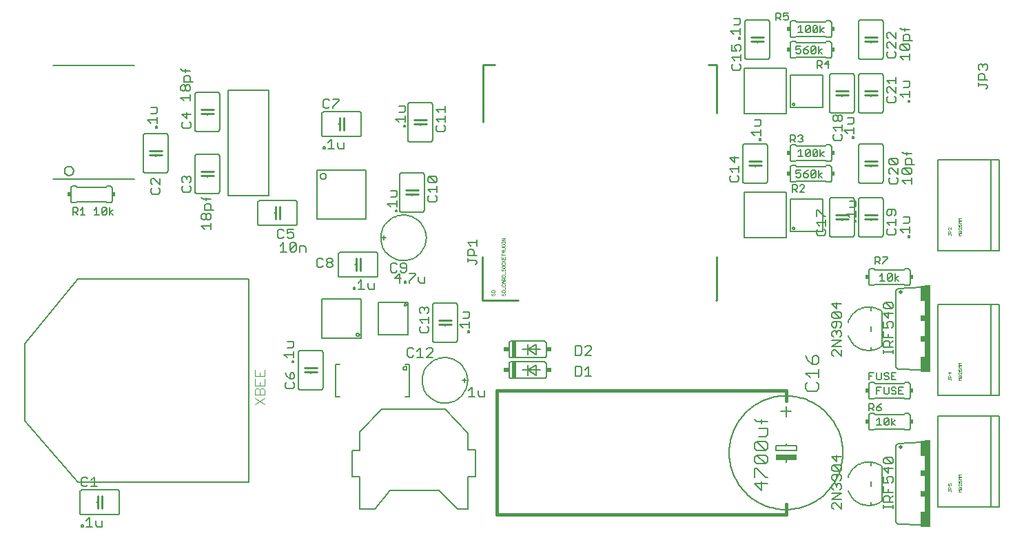
<source format=gto>
G75*
%MOIN*%
%OFA0B0*%
%FSLAX24Y24*%
%IPPOS*%
%LPD*%
%AMOC8*
5,1,8,0,0,1.08239X$1,22.5*
%
%ADD10C,0.0160*%
%ADD11C,0.0060*%
%ADD12C,0.0100*%
%ADD13C,0.0050*%
%ADD14R,0.1000X0.0250*%
%ADD15C,0.0070*%
%ADD16R,0.0200X0.0800*%
%ADD17R,0.0250X0.0200*%
%ADD18C,0.0080*%
%ADD19C,0.0010*%
%ADD20R,0.0150X0.0200*%
%ADD21C,0.0040*%
%ADD22C,0.0200*%
%ADD23R,0.0300X0.4200*%
%ADD24R,0.0200X0.0750*%
%ADD25R,0.0200X0.0300*%
D10*
X025600Y003650D02*
X025600Y009650D01*
X039600Y009650D01*
X039600Y009150D01*
X039600Y004150D02*
X039600Y003650D01*
X025600Y003650D01*
D11*
X017200Y009800D02*
X017200Y011500D01*
X017198Y011517D01*
X017194Y011534D01*
X017187Y011550D01*
X017177Y011564D01*
X017164Y011577D01*
X017150Y011587D01*
X017134Y011594D01*
X017117Y011598D01*
X017100Y011600D01*
X016100Y011600D01*
X016083Y011598D01*
X016066Y011594D01*
X016050Y011587D01*
X016036Y011577D01*
X016023Y011564D01*
X016013Y011550D01*
X016006Y011534D01*
X016002Y011517D01*
X016000Y011500D01*
X016000Y009800D01*
X016002Y009783D01*
X016006Y009766D01*
X016013Y009750D01*
X016023Y009736D01*
X016036Y009723D01*
X016050Y009713D01*
X016066Y009706D01*
X016083Y009702D01*
X016100Y009700D01*
X017100Y009700D01*
X017117Y009702D01*
X017134Y009706D01*
X017150Y009713D01*
X017164Y009723D01*
X017177Y009736D01*
X017187Y009750D01*
X017194Y009766D01*
X017198Y009783D01*
X017200Y009800D01*
X016600Y010500D02*
X016600Y010550D01*
X016600Y010750D02*
X016600Y010800D01*
X022500Y012100D02*
X022500Y013800D01*
X022502Y013817D01*
X022506Y013834D01*
X022513Y013850D01*
X022523Y013864D01*
X022536Y013877D01*
X022550Y013887D01*
X022566Y013894D01*
X022583Y013898D01*
X022600Y013900D01*
X023600Y013900D01*
X023617Y013898D01*
X023634Y013894D01*
X023650Y013887D01*
X023664Y013877D01*
X023677Y013864D01*
X023687Y013850D01*
X023694Y013834D01*
X023698Y013817D01*
X023700Y013800D01*
X023700Y012100D01*
X023698Y012083D01*
X023694Y012066D01*
X023687Y012050D01*
X023677Y012036D01*
X023664Y012023D01*
X023650Y012013D01*
X023634Y012006D01*
X023617Y012002D01*
X023600Y012000D01*
X022600Y012000D01*
X022583Y012002D01*
X022566Y012006D01*
X022550Y012013D01*
X022536Y012023D01*
X022523Y012036D01*
X022513Y012050D01*
X022506Y012066D01*
X022502Y012083D01*
X022500Y012100D01*
X023100Y012800D02*
X023100Y012850D01*
X023100Y013050D02*
X023100Y013100D01*
X026200Y011950D02*
X026200Y011350D01*
X026202Y011333D01*
X026206Y011316D01*
X026213Y011300D01*
X026223Y011286D01*
X026236Y011273D01*
X026250Y011263D01*
X026266Y011256D01*
X026283Y011252D01*
X026300Y011250D01*
X027900Y011250D01*
X027917Y011252D01*
X027934Y011256D01*
X027950Y011263D01*
X027964Y011273D01*
X027977Y011286D01*
X027987Y011300D01*
X027994Y011316D01*
X027998Y011333D01*
X028000Y011350D01*
X028000Y011950D01*
X027998Y011967D01*
X027994Y011984D01*
X027987Y012000D01*
X027977Y012014D01*
X027964Y012027D01*
X027950Y012037D01*
X027934Y012044D01*
X027917Y012048D01*
X027900Y012050D01*
X026300Y012050D01*
X026283Y012048D01*
X026266Y012044D01*
X026250Y012037D01*
X026236Y012027D01*
X026223Y012014D01*
X026213Y012000D01*
X026206Y011984D01*
X026202Y011967D01*
X026200Y011950D01*
X026850Y011650D02*
X027100Y011650D01*
X027100Y011400D01*
X027100Y011650D02*
X027100Y011900D01*
X027100Y011650D02*
X027500Y011900D01*
X027500Y011400D01*
X027100Y011650D01*
X027700Y011650D01*
X027900Y011050D02*
X026300Y011050D01*
X026283Y011048D01*
X026266Y011044D01*
X026250Y011037D01*
X026236Y011027D01*
X026223Y011014D01*
X026213Y011000D01*
X026206Y010984D01*
X026202Y010967D01*
X026200Y010950D01*
X026200Y010350D01*
X026202Y010333D01*
X026206Y010316D01*
X026213Y010300D01*
X026223Y010286D01*
X026236Y010273D01*
X026250Y010263D01*
X026266Y010256D01*
X026283Y010252D01*
X026300Y010250D01*
X027900Y010250D01*
X027917Y010252D01*
X027934Y010256D01*
X027950Y010263D01*
X027964Y010273D01*
X027977Y010286D01*
X027987Y010300D01*
X027994Y010316D01*
X027998Y010333D01*
X028000Y010350D01*
X028000Y010950D01*
X027998Y010967D01*
X027994Y010984D01*
X027987Y011000D01*
X027977Y011014D01*
X027964Y011027D01*
X027950Y011037D01*
X027934Y011044D01*
X027917Y011048D01*
X027900Y011050D01*
X027500Y010900D02*
X027100Y010650D01*
X027100Y010400D01*
X027100Y010650D02*
X026850Y010650D01*
X027100Y010650D02*
X027100Y010900D01*
X027100Y010650D02*
X027700Y010650D01*
X027500Y010900D02*
X027500Y010400D01*
X027100Y010650D01*
X024150Y010150D02*
X023950Y010150D01*
X024050Y010250D02*
X024050Y010050D01*
X022000Y010150D02*
X022002Y010216D01*
X022008Y010281D01*
X022018Y010346D01*
X022031Y010411D01*
X022049Y010474D01*
X022070Y010537D01*
X022095Y010597D01*
X022124Y010657D01*
X022156Y010714D01*
X022191Y010770D01*
X022230Y010823D01*
X022272Y010874D01*
X022316Y010922D01*
X022364Y010967D01*
X022414Y011010D01*
X022467Y011049D01*
X022522Y011086D01*
X022579Y011119D01*
X022638Y011148D01*
X022698Y011174D01*
X022760Y011196D01*
X022823Y011215D01*
X022887Y011229D01*
X022952Y011240D01*
X023018Y011247D01*
X023084Y011250D01*
X023149Y011249D01*
X023215Y011244D01*
X023280Y011235D01*
X023345Y011222D01*
X023408Y011206D01*
X023471Y011186D01*
X023532Y011161D01*
X023592Y011134D01*
X023650Y011103D01*
X023706Y011068D01*
X023760Y011030D01*
X023811Y010989D01*
X023860Y010945D01*
X023906Y010898D01*
X023950Y010849D01*
X023990Y010797D01*
X024027Y010742D01*
X024061Y010686D01*
X024091Y010627D01*
X024118Y010567D01*
X024141Y010506D01*
X024160Y010443D01*
X024176Y010379D01*
X024188Y010314D01*
X024196Y010249D01*
X024200Y010183D01*
X024200Y010117D01*
X024196Y010051D01*
X024188Y009986D01*
X024176Y009921D01*
X024160Y009857D01*
X024141Y009794D01*
X024118Y009733D01*
X024091Y009673D01*
X024061Y009614D01*
X024027Y009558D01*
X023990Y009503D01*
X023950Y009451D01*
X023906Y009402D01*
X023860Y009355D01*
X023811Y009311D01*
X023760Y009270D01*
X023706Y009232D01*
X023650Y009197D01*
X023592Y009166D01*
X023532Y009139D01*
X023471Y009114D01*
X023408Y009094D01*
X023345Y009078D01*
X023280Y009065D01*
X023215Y009056D01*
X023149Y009051D01*
X023084Y009050D01*
X023018Y009053D01*
X022952Y009060D01*
X022887Y009071D01*
X022823Y009085D01*
X022760Y009104D01*
X022698Y009126D01*
X022638Y009152D01*
X022579Y009181D01*
X022522Y009214D01*
X022467Y009251D01*
X022414Y009290D01*
X022364Y009333D01*
X022316Y009378D01*
X022272Y009426D01*
X022230Y009477D01*
X022191Y009530D01*
X022156Y009586D01*
X022124Y009643D01*
X022095Y009703D01*
X022070Y009763D01*
X022049Y009826D01*
X022031Y009889D01*
X022018Y009954D01*
X022008Y010019D01*
X022002Y010084D01*
X022000Y010150D01*
X019750Y015150D02*
X018050Y015150D01*
X018033Y015152D01*
X018016Y015156D01*
X018000Y015163D01*
X017986Y015173D01*
X017973Y015186D01*
X017963Y015200D01*
X017956Y015216D01*
X017952Y015233D01*
X017950Y015250D01*
X017950Y016250D01*
X017952Y016267D01*
X017956Y016284D01*
X017963Y016300D01*
X017973Y016314D01*
X017986Y016327D01*
X018000Y016337D01*
X018016Y016344D01*
X018033Y016348D01*
X018050Y016350D01*
X019750Y016350D01*
X019767Y016348D01*
X019784Y016344D01*
X019800Y016337D01*
X019814Y016327D01*
X019827Y016314D01*
X019837Y016300D01*
X019844Y016284D01*
X019848Y016267D01*
X019850Y016250D01*
X019850Y015250D01*
X019848Y015233D01*
X019844Y015216D01*
X019837Y015200D01*
X019827Y015186D01*
X019814Y015173D01*
X019800Y015163D01*
X019784Y015156D01*
X019767Y015152D01*
X019750Y015150D01*
X019050Y015750D02*
X019000Y015750D01*
X018800Y015750D02*
X018750Y015750D01*
X020150Y016950D02*
X020150Y017150D01*
X020250Y017050D02*
X020050Y017050D01*
X020000Y017050D02*
X020002Y017116D01*
X020008Y017181D01*
X020018Y017246D01*
X020031Y017311D01*
X020049Y017374D01*
X020070Y017437D01*
X020095Y017497D01*
X020124Y017557D01*
X020156Y017614D01*
X020191Y017670D01*
X020230Y017723D01*
X020272Y017774D01*
X020316Y017822D01*
X020364Y017867D01*
X020414Y017910D01*
X020467Y017949D01*
X020522Y017986D01*
X020579Y018019D01*
X020638Y018048D01*
X020698Y018074D01*
X020760Y018096D01*
X020823Y018115D01*
X020887Y018129D01*
X020952Y018140D01*
X021018Y018147D01*
X021084Y018150D01*
X021149Y018149D01*
X021215Y018144D01*
X021280Y018135D01*
X021345Y018122D01*
X021408Y018106D01*
X021471Y018086D01*
X021532Y018061D01*
X021592Y018034D01*
X021650Y018003D01*
X021706Y017968D01*
X021760Y017930D01*
X021811Y017889D01*
X021860Y017845D01*
X021906Y017798D01*
X021950Y017749D01*
X021990Y017697D01*
X022027Y017642D01*
X022061Y017586D01*
X022091Y017527D01*
X022118Y017467D01*
X022141Y017406D01*
X022160Y017343D01*
X022176Y017279D01*
X022188Y017214D01*
X022196Y017149D01*
X022200Y017083D01*
X022200Y017017D01*
X022196Y016951D01*
X022188Y016886D01*
X022176Y016821D01*
X022160Y016757D01*
X022141Y016694D01*
X022118Y016633D01*
X022091Y016573D01*
X022061Y016514D01*
X022027Y016458D01*
X021990Y016403D01*
X021950Y016351D01*
X021906Y016302D01*
X021860Y016255D01*
X021811Y016211D01*
X021760Y016170D01*
X021706Y016132D01*
X021650Y016097D01*
X021592Y016066D01*
X021532Y016039D01*
X021471Y016014D01*
X021408Y015994D01*
X021345Y015978D01*
X021280Y015965D01*
X021215Y015956D01*
X021149Y015951D01*
X021084Y015950D01*
X021018Y015953D01*
X020952Y015960D01*
X020887Y015971D01*
X020823Y015985D01*
X020760Y016004D01*
X020698Y016026D01*
X020638Y016052D01*
X020579Y016081D01*
X020522Y016114D01*
X020467Y016151D01*
X020414Y016190D01*
X020364Y016233D01*
X020316Y016278D01*
X020272Y016326D01*
X020230Y016377D01*
X020191Y016430D01*
X020156Y016486D01*
X020124Y016543D01*
X020095Y016603D01*
X020070Y016663D01*
X020049Y016726D01*
X020031Y016789D01*
X020018Y016854D01*
X020008Y016919D01*
X020002Y016984D01*
X020000Y017050D01*
X021000Y018300D02*
X022000Y018300D01*
X022017Y018302D01*
X022034Y018306D01*
X022050Y018313D01*
X022064Y018323D01*
X022077Y018336D01*
X022087Y018350D01*
X022094Y018366D01*
X022098Y018383D01*
X022100Y018400D01*
X022100Y020100D01*
X022098Y020117D01*
X022094Y020134D01*
X022087Y020150D01*
X022077Y020164D01*
X022064Y020177D01*
X022050Y020187D01*
X022034Y020194D01*
X022017Y020198D01*
X022000Y020200D01*
X021000Y020200D01*
X020983Y020198D01*
X020966Y020194D01*
X020950Y020187D01*
X020936Y020177D01*
X020923Y020164D01*
X020913Y020150D01*
X020906Y020134D01*
X020902Y020117D01*
X020900Y020100D01*
X020900Y018400D01*
X020902Y018383D01*
X020906Y018366D01*
X020913Y018350D01*
X020923Y018336D01*
X020936Y018323D01*
X020950Y018313D01*
X020966Y018306D01*
X020983Y018302D01*
X021000Y018300D01*
X021500Y019100D02*
X021500Y019150D01*
X021500Y019350D02*
X021500Y019400D01*
X021400Y021700D02*
X022400Y021700D01*
X022417Y021702D01*
X022434Y021706D01*
X022450Y021713D01*
X022464Y021723D01*
X022477Y021736D01*
X022487Y021750D01*
X022494Y021766D01*
X022498Y021783D01*
X022500Y021800D01*
X022500Y023500D01*
X022498Y023517D01*
X022494Y023534D01*
X022487Y023550D01*
X022477Y023564D01*
X022464Y023577D01*
X022450Y023587D01*
X022434Y023594D01*
X022417Y023598D01*
X022400Y023600D01*
X021400Y023600D01*
X021383Y023598D01*
X021366Y023594D01*
X021350Y023587D01*
X021336Y023577D01*
X021323Y023564D01*
X021313Y023550D01*
X021306Y023534D01*
X021302Y023517D01*
X021300Y023500D01*
X021300Y021800D01*
X021302Y021783D01*
X021306Y021766D01*
X021313Y021750D01*
X021323Y021736D01*
X021336Y021723D01*
X021350Y021713D01*
X021366Y021706D01*
X021383Y021702D01*
X021400Y021700D01*
X021900Y022500D02*
X021900Y022550D01*
X021900Y022750D02*
X021900Y022800D01*
X019050Y023050D02*
X019050Y022050D01*
X019048Y022033D01*
X019044Y022016D01*
X019037Y022000D01*
X019027Y021986D01*
X019014Y021973D01*
X019000Y021963D01*
X018984Y021956D01*
X018967Y021952D01*
X018950Y021950D01*
X017250Y021950D01*
X017233Y021952D01*
X017216Y021956D01*
X017200Y021963D01*
X017186Y021973D01*
X017173Y021986D01*
X017163Y022000D01*
X017156Y022016D01*
X017152Y022033D01*
X017150Y022050D01*
X017150Y023050D01*
X017152Y023067D01*
X017156Y023084D01*
X017163Y023100D01*
X017173Y023114D01*
X017186Y023127D01*
X017200Y023137D01*
X017216Y023144D01*
X017233Y023148D01*
X017250Y023150D01*
X018950Y023150D01*
X018967Y023148D01*
X018984Y023144D01*
X019000Y023137D01*
X019014Y023127D01*
X019027Y023114D01*
X019037Y023100D01*
X019044Y023084D01*
X019048Y023067D01*
X019050Y023050D01*
X018250Y022550D02*
X018200Y022550D01*
X018000Y022550D02*
X017950Y022550D01*
X012200Y022300D02*
X012200Y024000D01*
X012198Y024017D01*
X012194Y024034D01*
X012187Y024050D01*
X012177Y024064D01*
X012164Y024077D01*
X012150Y024087D01*
X012134Y024094D01*
X012117Y024098D01*
X012100Y024100D01*
X011100Y024100D01*
X011083Y024098D01*
X011066Y024094D01*
X011050Y024087D01*
X011036Y024077D01*
X011023Y024064D01*
X011013Y024050D01*
X011006Y024034D01*
X011002Y024017D01*
X011000Y024000D01*
X011000Y022300D01*
X011002Y022283D01*
X011006Y022266D01*
X011013Y022250D01*
X011023Y022236D01*
X011036Y022223D01*
X011050Y022213D01*
X011066Y022206D01*
X011083Y022202D01*
X011100Y022200D01*
X012100Y022200D01*
X012117Y022202D01*
X012134Y022206D01*
X012150Y022213D01*
X012164Y022223D01*
X012177Y022236D01*
X012187Y022250D01*
X012194Y022266D01*
X012198Y022283D01*
X012200Y022300D01*
X011600Y023000D02*
X011600Y023050D01*
X011600Y023250D02*
X011600Y023300D01*
X009700Y022000D02*
X009700Y020300D01*
X009698Y020283D01*
X009694Y020266D01*
X009687Y020250D01*
X009677Y020236D01*
X009664Y020223D01*
X009650Y020213D01*
X009634Y020206D01*
X009617Y020202D01*
X009600Y020200D01*
X008600Y020200D01*
X008583Y020202D01*
X008566Y020206D01*
X008550Y020213D01*
X008536Y020223D01*
X008523Y020236D01*
X008513Y020250D01*
X008506Y020266D01*
X008502Y020283D01*
X008500Y020300D01*
X008500Y022000D01*
X008502Y022017D01*
X008506Y022034D01*
X008513Y022050D01*
X008523Y022064D01*
X008536Y022077D01*
X008550Y022087D01*
X008566Y022094D01*
X008583Y022098D01*
X008600Y022100D01*
X009600Y022100D01*
X009617Y022098D01*
X009634Y022094D01*
X009650Y022087D01*
X009664Y022077D01*
X009677Y022064D01*
X009687Y022050D01*
X009694Y022034D01*
X009698Y022017D01*
X009700Y022000D01*
X009100Y021300D02*
X009100Y021250D01*
X009100Y021050D02*
X009100Y021000D01*
X011000Y021000D02*
X011000Y019300D01*
X011002Y019283D01*
X011006Y019266D01*
X011013Y019250D01*
X011023Y019236D01*
X011036Y019223D01*
X011050Y019213D01*
X011066Y019206D01*
X011083Y019202D01*
X011100Y019200D01*
X012100Y019200D01*
X012117Y019202D01*
X012134Y019206D01*
X012150Y019213D01*
X012164Y019223D01*
X012177Y019236D01*
X012187Y019250D01*
X012194Y019266D01*
X012198Y019283D01*
X012200Y019300D01*
X012200Y021000D01*
X012198Y021017D01*
X012194Y021034D01*
X012187Y021050D01*
X012177Y021064D01*
X012164Y021077D01*
X012150Y021087D01*
X012134Y021094D01*
X012117Y021098D01*
X012100Y021100D01*
X011100Y021100D01*
X011083Y021098D01*
X011066Y021094D01*
X011050Y021087D01*
X011036Y021077D01*
X011023Y021064D01*
X011013Y021050D01*
X011006Y021034D01*
X011002Y021017D01*
X011000Y021000D01*
X011600Y020300D02*
X011600Y020250D01*
X011600Y020050D02*
X011600Y020000D01*
X014050Y018750D02*
X014050Y017750D01*
X014052Y017733D01*
X014056Y017716D01*
X014063Y017700D01*
X014073Y017686D01*
X014086Y017673D01*
X014100Y017663D01*
X014116Y017656D01*
X014133Y017652D01*
X014150Y017650D01*
X015850Y017650D01*
X015867Y017652D01*
X015884Y017656D01*
X015900Y017663D01*
X015914Y017673D01*
X015927Y017686D01*
X015937Y017700D01*
X015944Y017716D01*
X015948Y017733D01*
X015950Y017750D01*
X015950Y018750D01*
X015948Y018767D01*
X015944Y018784D01*
X015937Y018800D01*
X015927Y018814D01*
X015914Y018827D01*
X015900Y018837D01*
X015884Y018844D01*
X015867Y018848D01*
X015850Y018850D01*
X014150Y018850D01*
X014133Y018848D01*
X014116Y018844D01*
X014100Y018837D01*
X014086Y018827D01*
X014073Y018814D01*
X014063Y018800D01*
X014056Y018784D01*
X014052Y018767D01*
X014050Y018750D01*
X014850Y018250D02*
X014900Y018250D01*
X015100Y018250D02*
X015150Y018250D01*
X007000Y018850D02*
X007000Y019450D01*
X006998Y019467D01*
X006994Y019484D01*
X006987Y019500D01*
X006977Y019514D01*
X006964Y019527D01*
X006950Y019537D01*
X006934Y019544D01*
X006917Y019548D01*
X006900Y019550D01*
X006750Y019550D01*
X006700Y019500D01*
X005300Y019500D01*
X005250Y019550D01*
X005100Y019550D01*
X005083Y019548D01*
X005066Y019544D01*
X005050Y019537D01*
X005036Y019527D01*
X005023Y019514D01*
X005013Y019500D01*
X005006Y019484D01*
X005002Y019467D01*
X005000Y019450D01*
X005000Y018850D01*
X005002Y018833D01*
X005006Y018816D01*
X005013Y018800D01*
X005023Y018786D01*
X005036Y018773D01*
X005050Y018763D01*
X005066Y018756D01*
X005083Y018752D01*
X005100Y018750D01*
X005250Y018750D01*
X005300Y018800D01*
X006700Y018800D01*
X006750Y018750D01*
X006900Y018750D01*
X006917Y018752D01*
X006934Y018756D01*
X006950Y018763D01*
X006964Y018773D01*
X006977Y018786D01*
X006987Y018800D01*
X006994Y018816D01*
X006998Y018833D01*
X007000Y018850D01*
X007250Y004850D02*
X005550Y004850D01*
X005533Y004848D01*
X005516Y004844D01*
X005500Y004837D01*
X005486Y004827D01*
X005473Y004814D01*
X005463Y004800D01*
X005456Y004784D01*
X005452Y004767D01*
X005450Y004750D01*
X005450Y003750D01*
X005452Y003733D01*
X005456Y003716D01*
X005463Y003700D01*
X005473Y003686D01*
X005486Y003673D01*
X005500Y003663D01*
X005516Y003656D01*
X005533Y003652D01*
X005550Y003650D01*
X007250Y003650D01*
X007267Y003652D01*
X007284Y003656D01*
X007300Y003663D01*
X007314Y003673D01*
X007327Y003686D01*
X007337Y003700D01*
X007344Y003716D01*
X007348Y003733D01*
X007350Y003750D01*
X007350Y004750D01*
X007348Y004767D01*
X007344Y004784D01*
X007337Y004800D01*
X007327Y004814D01*
X007314Y004827D01*
X007300Y004837D01*
X007284Y004844D01*
X007267Y004848D01*
X007250Y004850D01*
X006550Y004250D02*
X006500Y004250D01*
X006300Y004250D02*
X006250Y004250D01*
X037500Y019800D02*
X037500Y021500D01*
X037502Y021517D01*
X037506Y021534D01*
X037513Y021550D01*
X037523Y021564D01*
X037536Y021577D01*
X037550Y021587D01*
X037566Y021594D01*
X037583Y021598D01*
X037600Y021600D01*
X038600Y021600D01*
X038617Y021598D01*
X038634Y021594D01*
X038650Y021587D01*
X038664Y021577D01*
X038677Y021564D01*
X038687Y021550D01*
X038694Y021534D01*
X038698Y021517D01*
X038700Y021500D01*
X038700Y019800D01*
X038698Y019783D01*
X038694Y019766D01*
X038687Y019750D01*
X038677Y019736D01*
X038664Y019723D01*
X038650Y019713D01*
X038634Y019706D01*
X038617Y019702D01*
X038600Y019700D01*
X037600Y019700D01*
X037583Y019702D01*
X037566Y019706D01*
X037550Y019713D01*
X037536Y019723D01*
X037523Y019736D01*
X037513Y019750D01*
X037506Y019766D01*
X037502Y019783D01*
X037500Y019800D01*
X038100Y020500D02*
X038100Y020550D01*
X038100Y020750D02*
X038100Y020800D01*
X039800Y020850D02*
X039800Y021450D01*
X039802Y021467D01*
X039806Y021484D01*
X039813Y021500D01*
X039823Y021514D01*
X039836Y021527D01*
X039850Y021537D01*
X039866Y021544D01*
X039883Y021548D01*
X039900Y021550D01*
X040050Y021550D01*
X040100Y021500D01*
X041500Y021500D01*
X041550Y021550D01*
X041700Y021550D01*
X041717Y021548D01*
X041734Y021544D01*
X041750Y021537D01*
X041764Y021527D01*
X041777Y021514D01*
X041787Y021500D01*
X041794Y021484D01*
X041798Y021467D01*
X041800Y021450D01*
X041800Y020850D01*
X041798Y020833D01*
X041794Y020816D01*
X041787Y020800D01*
X041777Y020786D01*
X041764Y020773D01*
X041750Y020763D01*
X041734Y020756D01*
X041717Y020752D01*
X041700Y020750D01*
X041550Y020750D01*
X041500Y020800D01*
X040100Y020800D01*
X040050Y020750D01*
X039900Y020750D01*
X039883Y020752D01*
X039866Y020756D01*
X039850Y020763D01*
X039836Y020773D01*
X039823Y020786D01*
X039813Y020800D01*
X039806Y020816D01*
X039802Y020833D01*
X039800Y020850D01*
X039900Y020550D02*
X040050Y020550D01*
X040100Y020500D01*
X041500Y020500D01*
X041550Y020550D01*
X041700Y020550D01*
X041717Y020548D01*
X041734Y020544D01*
X041750Y020537D01*
X041764Y020527D01*
X041777Y020514D01*
X041787Y020500D01*
X041794Y020484D01*
X041798Y020467D01*
X041800Y020450D01*
X041800Y019850D01*
X041798Y019833D01*
X041794Y019816D01*
X041787Y019800D01*
X041777Y019786D01*
X041764Y019773D01*
X041750Y019763D01*
X041734Y019756D01*
X041717Y019752D01*
X041700Y019750D01*
X041550Y019750D01*
X041500Y019800D01*
X040100Y019800D01*
X040050Y019750D01*
X039900Y019750D01*
X039883Y019752D01*
X039866Y019756D01*
X039850Y019763D01*
X039836Y019773D01*
X039823Y019786D01*
X039813Y019800D01*
X039806Y019816D01*
X039802Y019833D01*
X039800Y019850D01*
X039800Y020450D01*
X039802Y020467D01*
X039806Y020484D01*
X039813Y020500D01*
X039823Y020514D01*
X039836Y020527D01*
X039850Y020537D01*
X039866Y020544D01*
X039883Y020548D01*
X039900Y020550D01*
X041700Y018900D02*
X041700Y017200D01*
X041702Y017183D01*
X041706Y017166D01*
X041713Y017150D01*
X041723Y017136D01*
X041736Y017123D01*
X041750Y017113D01*
X041766Y017106D01*
X041783Y017102D01*
X041800Y017100D01*
X042800Y017100D01*
X042817Y017102D01*
X042834Y017106D01*
X042850Y017113D01*
X042864Y017123D01*
X042877Y017136D01*
X042887Y017150D01*
X042894Y017166D01*
X042898Y017183D01*
X042900Y017200D01*
X042900Y018900D01*
X042898Y018917D01*
X042894Y018934D01*
X042887Y018950D01*
X042877Y018964D01*
X042864Y018977D01*
X042850Y018987D01*
X042834Y018994D01*
X042817Y018998D01*
X042800Y019000D01*
X041800Y019000D01*
X041783Y018998D01*
X041766Y018994D01*
X041750Y018987D01*
X041736Y018977D01*
X041723Y018964D01*
X041713Y018950D01*
X041706Y018934D01*
X041702Y018917D01*
X041700Y018900D01*
X042300Y018200D02*
X042300Y018150D01*
X042300Y017950D02*
X042300Y017900D01*
X043700Y017900D02*
X043700Y017950D01*
X043700Y018150D02*
X043700Y018200D01*
X043100Y018900D02*
X043102Y018917D01*
X043106Y018934D01*
X043113Y018950D01*
X043123Y018964D01*
X043136Y018977D01*
X043150Y018987D01*
X043166Y018994D01*
X043183Y018998D01*
X043200Y019000D01*
X044200Y019000D01*
X044217Y018998D01*
X044234Y018994D01*
X044250Y018987D01*
X044264Y018977D01*
X044277Y018964D01*
X044287Y018950D01*
X044294Y018934D01*
X044298Y018917D01*
X044300Y018900D01*
X044300Y017200D01*
X044298Y017183D01*
X044294Y017166D01*
X044287Y017150D01*
X044277Y017136D01*
X044264Y017123D01*
X044250Y017113D01*
X044234Y017106D01*
X044217Y017102D01*
X044200Y017100D01*
X043200Y017100D01*
X043183Y017102D01*
X043166Y017106D01*
X043150Y017113D01*
X043136Y017123D01*
X043123Y017136D01*
X043113Y017150D01*
X043106Y017166D01*
X043102Y017183D01*
X043100Y017200D01*
X043100Y018900D01*
X043200Y019700D02*
X044200Y019700D01*
X044217Y019702D01*
X044234Y019706D01*
X044250Y019713D01*
X044264Y019723D01*
X044277Y019736D01*
X044287Y019750D01*
X044294Y019766D01*
X044298Y019783D01*
X044300Y019800D01*
X044300Y021500D01*
X044298Y021517D01*
X044294Y021534D01*
X044287Y021550D01*
X044277Y021564D01*
X044264Y021577D01*
X044250Y021587D01*
X044234Y021594D01*
X044217Y021598D01*
X044200Y021600D01*
X043200Y021600D01*
X043183Y021598D01*
X043166Y021594D01*
X043150Y021587D01*
X043136Y021577D01*
X043123Y021564D01*
X043113Y021550D01*
X043106Y021534D01*
X043102Y021517D01*
X043100Y021500D01*
X043100Y019800D01*
X043102Y019783D01*
X043106Y019766D01*
X043113Y019750D01*
X043123Y019736D01*
X043136Y019723D01*
X043150Y019713D01*
X043166Y019706D01*
X043183Y019702D01*
X043200Y019700D01*
X043700Y020500D02*
X043700Y020550D01*
X043700Y020750D02*
X043700Y020800D01*
X044200Y023100D02*
X043200Y023100D01*
X043183Y023102D01*
X043166Y023106D01*
X043150Y023113D01*
X043136Y023123D01*
X043123Y023136D01*
X043113Y023150D01*
X043106Y023166D01*
X043102Y023183D01*
X043100Y023200D01*
X043100Y024900D01*
X043102Y024917D01*
X043106Y024934D01*
X043113Y024950D01*
X043123Y024964D01*
X043136Y024977D01*
X043150Y024987D01*
X043166Y024994D01*
X043183Y024998D01*
X043200Y025000D01*
X044200Y025000D01*
X044217Y024998D01*
X044234Y024994D01*
X044250Y024987D01*
X044264Y024977D01*
X044277Y024964D01*
X044287Y024950D01*
X044294Y024934D01*
X044298Y024917D01*
X044300Y024900D01*
X044300Y023200D01*
X044298Y023183D01*
X044294Y023166D01*
X044287Y023150D01*
X044277Y023136D01*
X044264Y023123D01*
X044250Y023113D01*
X044234Y023106D01*
X044217Y023102D01*
X044200Y023100D01*
X043700Y023900D02*
X043700Y023950D01*
X043700Y024150D02*
X043700Y024200D01*
X042300Y024200D02*
X042300Y024150D01*
X042300Y023950D02*
X042300Y023900D01*
X041700Y023200D02*
X041702Y023183D01*
X041706Y023166D01*
X041713Y023150D01*
X041723Y023136D01*
X041736Y023123D01*
X041750Y023113D01*
X041766Y023106D01*
X041783Y023102D01*
X041800Y023100D01*
X042800Y023100D01*
X042817Y023102D01*
X042834Y023106D01*
X042850Y023113D01*
X042864Y023123D01*
X042877Y023136D01*
X042887Y023150D01*
X042894Y023166D01*
X042898Y023183D01*
X042900Y023200D01*
X042900Y024900D01*
X042898Y024917D01*
X042894Y024934D01*
X042887Y024950D01*
X042877Y024964D01*
X042864Y024977D01*
X042850Y024987D01*
X042834Y024994D01*
X042817Y024998D01*
X042800Y025000D01*
X041800Y025000D01*
X041783Y024998D01*
X041766Y024994D01*
X041750Y024987D01*
X041736Y024977D01*
X041723Y024964D01*
X041713Y024950D01*
X041706Y024934D01*
X041702Y024917D01*
X041700Y024900D01*
X041700Y023200D01*
X041700Y025750D02*
X041550Y025750D01*
X041500Y025800D01*
X040100Y025800D01*
X040050Y025750D01*
X039900Y025750D01*
X039883Y025752D01*
X039866Y025756D01*
X039850Y025763D01*
X039836Y025773D01*
X039823Y025786D01*
X039813Y025800D01*
X039806Y025816D01*
X039802Y025833D01*
X039800Y025850D01*
X039800Y026450D01*
X039802Y026467D01*
X039806Y026484D01*
X039813Y026500D01*
X039823Y026514D01*
X039836Y026527D01*
X039850Y026537D01*
X039866Y026544D01*
X039883Y026548D01*
X039900Y026550D01*
X040050Y026550D01*
X040100Y026500D01*
X041500Y026500D01*
X041550Y026550D01*
X041700Y026550D01*
X041717Y026548D01*
X041734Y026544D01*
X041750Y026537D01*
X041764Y026527D01*
X041777Y026514D01*
X041787Y026500D01*
X041794Y026484D01*
X041798Y026467D01*
X041800Y026450D01*
X041800Y025850D01*
X041798Y025833D01*
X041794Y025816D01*
X041787Y025800D01*
X041777Y025786D01*
X041764Y025773D01*
X041750Y025763D01*
X041734Y025756D01*
X041717Y025752D01*
X041700Y025750D01*
X043100Y025800D02*
X043100Y027500D01*
X043102Y027517D01*
X043106Y027534D01*
X043113Y027550D01*
X043123Y027564D01*
X043136Y027577D01*
X043150Y027587D01*
X043166Y027594D01*
X043183Y027598D01*
X043200Y027600D01*
X044200Y027600D01*
X044217Y027598D01*
X044234Y027594D01*
X044250Y027587D01*
X044264Y027577D01*
X044277Y027564D01*
X044287Y027550D01*
X044294Y027534D01*
X044298Y027517D01*
X044300Y027500D01*
X044300Y025800D01*
X044298Y025783D01*
X044294Y025766D01*
X044287Y025750D01*
X044277Y025736D01*
X044264Y025723D01*
X044250Y025713D01*
X044234Y025706D01*
X044217Y025702D01*
X044200Y025700D01*
X043200Y025700D01*
X043183Y025702D01*
X043166Y025706D01*
X043150Y025713D01*
X043136Y025723D01*
X043123Y025736D01*
X043113Y025750D01*
X043106Y025766D01*
X043102Y025783D01*
X043100Y025800D01*
X043700Y026500D02*
X043700Y026550D01*
X043700Y026750D02*
X043700Y026800D01*
X041800Y026850D02*
X041800Y027450D01*
X041798Y027467D01*
X041794Y027484D01*
X041787Y027500D01*
X041777Y027514D01*
X041764Y027527D01*
X041750Y027537D01*
X041734Y027544D01*
X041717Y027548D01*
X041700Y027550D01*
X041550Y027550D01*
X041500Y027500D01*
X040100Y027500D01*
X040050Y027550D01*
X039900Y027550D01*
X039883Y027548D01*
X039866Y027544D01*
X039850Y027537D01*
X039836Y027527D01*
X039823Y027514D01*
X039813Y027500D01*
X039806Y027484D01*
X039802Y027467D01*
X039800Y027450D01*
X039800Y026850D01*
X039802Y026833D01*
X039806Y026816D01*
X039813Y026800D01*
X039823Y026786D01*
X039836Y026773D01*
X039850Y026763D01*
X039866Y026756D01*
X039883Y026752D01*
X039900Y026750D01*
X040050Y026750D01*
X040100Y026800D01*
X041500Y026800D01*
X041550Y026750D01*
X041700Y026750D01*
X041717Y026752D01*
X041734Y026756D01*
X041750Y026763D01*
X041764Y026773D01*
X041777Y026786D01*
X041787Y026800D01*
X041794Y026816D01*
X041798Y026833D01*
X041800Y026850D01*
X038800Y027500D02*
X038800Y025800D01*
X038798Y025783D01*
X038794Y025766D01*
X038787Y025750D01*
X038777Y025736D01*
X038764Y025723D01*
X038750Y025713D01*
X038734Y025706D01*
X038717Y025702D01*
X038700Y025700D01*
X037700Y025700D01*
X037683Y025702D01*
X037666Y025706D01*
X037650Y025713D01*
X037636Y025723D01*
X037623Y025736D01*
X037613Y025750D01*
X037606Y025766D01*
X037602Y025783D01*
X037600Y025800D01*
X037600Y027500D01*
X037602Y027517D01*
X037606Y027534D01*
X037613Y027550D01*
X037623Y027564D01*
X037636Y027577D01*
X037650Y027587D01*
X037666Y027594D01*
X037683Y027598D01*
X037700Y027600D01*
X038700Y027600D01*
X038717Y027598D01*
X038734Y027594D01*
X038750Y027587D01*
X038764Y027577D01*
X038777Y027564D01*
X038787Y027550D01*
X038794Y027534D01*
X038798Y027517D01*
X038800Y027500D01*
X038200Y026800D02*
X038200Y026750D01*
X038200Y026550D02*
X038200Y026500D01*
X043700Y015550D02*
X043850Y015550D01*
X043900Y015500D01*
X045300Y015500D01*
X045350Y015550D01*
X045500Y015550D01*
X045517Y015548D01*
X045534Y015544D01*
X045550Y015537D01*
X045564Y015527D01*
X045577Y015514D01*
X045587Y015500D01*
X045594Y015484D01*
X045598Y015467D01*
X045600Y015450D01*
X045600Y014850D01*
X045598Y014833D01*
X045594Y014816D01*
X045587Y014800D01*
X045577Y014786D01*
X045564Y014773D01*
X045550Y014763D01*
X045534Y014756D01*
X045517Y014752D01*
X045500Y014750D01*
X045350Y014750D01*
X045300Y014800D01*
X043900Y014800D01*
X043850Y014750D01*
X043700Y014750D01*
X043683Y014752D01*
X043666Y014756D01*
X043650Y014763D01*
X043636Y014773D01*
X043623Y014786D01*
X043613Y014800D01*
X043606Y014816D01*
X043602Y014833D01*
X043600Y014850D01*
X043600Y015450D01*
X043602Y015467D01*
X043606Y015484D01*
X043613Y015500D01*
X043623Y015514D01*
X043636Y015527D01*
X043650Y015537D01*
X043666Y015544D01*
X043683Y015548D01*
X043700Y015550D01*
X044900Y014500D02*
X045000Y014600D01*
X046150Y014650D01*
X044900Y014500D02*
X044900Y010800D01*
X045000Y010700D01*
X046150Y010650D01*
X045500Y010050D02*
X045350Y010050D01*
X045300Y010000D01*
X043900Y010000D01*
X043850Y010050D01*
X043700Y010050D01*
X043683Y010048D01*
X043666Y010044D01*
X043650Y010037D01*
X043636Y010027D01*
X043623Y010014D01*
X043613Y010000D01*
X043606Y009984D01*
X043602Y009967D01*
X043600Y009950D01*
X043600Y009350D01*
X043602Y009333D01*
X043606Y009316D01*
X043613Y009300D01*
X043623Y009286D01*
X043636Y009273D01*
X043650Y009263D01*
X043666Y009256D01*
X043683Y009252D01*
X043700Y009250D01*
X043850Y009250D01*
X043900Y009300D01*
X045300Y009300D01*
X045350Y009250D01*
X045500Y009250D01*
X045517Y009252D01*
X045534Y009256D01*
X045550Y009263D01*
X045564Y009273D01*
X045577Y009286D01*
X045587Y009300D01*
X045594Y009316D01*
X045598Y009333D01*
X045600Y009350D01*
X045600Y009950D01*
X045598Y009967D01*
X045594Y009984D01*
X045587Y010000D01*
X045577Y010014D01*
X045564Y010027D01*
X045550Y010037D01*
X045534Y010044D01*
X045517Y010048D01*
X045500Y010050D01*
X045500Y008550D02*
X045350Y008550D01*
X045300Y008500D01*
X043900Y008500D01*
X043850Y008550D01*
X043700Y008550D01*
X043683Y008548D01*
X043666Y008544D01*
X043650Y008537D01*
X043636Y008527D01*
X043623Y008514D01*
X043613Y008500D01*
X043606Y008484D01*
X043602Y008467D01*
X043600Y008450D01*
X043600Y007850D01*
X043602Y007833D01*
X043606Y007816D01*
X043613Y007800D01*
X043623Y007786D01*
X043636Y007773D01*
X043650Y007763D01*
X043666Y007756D01*
X043683Y007752D01*
X043700Y007750D01*
X043850Y007750D01*
X043900Y007800D01*
X045300Y007800D01*
X045350Y007750D01*
X045500Y007750D01*
X045517Y007752D01*
X045534Y007756D01*
X045550Y007763D01*
X045564Y007773D01*
X045577Y007786D01*
X045587Y007800D01*
X045594Y007816D01*
X045598Y007833D01*
X045600Y007850D01*
X045600Y008450D01*
X045598Y008467D01*
X045594Y008484D01*
X045587Y008500D01*
X045577Y008514D01*
X045564Y008527D01*
X045550Y008537D01*
X045534Y008544D01*
X045517Y008548D01*
X045500Y008550D01*
X045000Y007100D02*
X046150Y007150D01*
X045000Y007100D02*
X044900Y007000D01*
X044900Y003300D01*
X045000Y003200D01*
X046150Y003150D01*
X040100Y006750D02*
X040100Y007000D01*
X039600Y007000D01*
X039100Y007000D01*
X039100Y006750D01*
X040100Y006750D01*
X036850Y006650D02*
X036852Y006755D01*
X036858Y006859D01*
X036868Y006963D01*
X036882Y007067D01*
X036900Y007170D01*
X036921Y007273D01*
X036947Y007374D01*
X036977Y007475D01*
X037010Y007574D01*
X037047Y007672D01*
X037088Y007769D01*
X037132Y007863D01*
X037180Y007956D01*
X037232Y008048D01*
X037287Y008137D01*
X037345Y008224D01*
X037406Y008308D01*
X037471Y008391D01*
X037539Y008471D01*
X037610Y008548D01*
X037683Y008622D01*
X037760Y008694D01*
X037839Y008762D01*
X037921Y008828D01*
X038005Y008890D01*
X038091Y008949D01*
X038180Y009005D01*
X038271Y009057D01*
X038363Y009106D01*
X038458Y009151D01*
X038554Y009193D01*
X038651Y009231D01*
X038750Y009265D01*
X038850Y009296D01*
X038952Y009322D01*
X039054Y009345D01*
X039157Y009364D01*
X039261Y009379D01*
X039365Y009390D01*
X039469Y009397D01*
X039574Y009400D01*
X039679Y009399D01*
X039783Y009394D01*
X039887Y009385D01*
X039991Y009372D01*
X040095Y009355D01*
X040197Y009334D01*
X040299Y009310D01*
X040400Y009281D01*
X040499Y009249D01*
X040598Y009213D01*
X040695Y009173D01*
X040790Y009129D01*
X040883Y009082D01*
X040975Y009032D01*
X041065Y008977D01*
X041152Y008920D01*
X041238Y008859D01*
X041320Y008795D01*
X041401Y008728D01*
X041479Y008658D01*
X041554Y008585D01*
X041626Y008509D01*
X041695Y008431D01*
X041762Y008350D01*
X041825Y008266D01*
X041885Y008181D01*
X041941Y008092D01*
X041995Y008002D01*
X042044Y007910D01*
X042090Y007816D01*
X042133Y007720D01*
X042172Y007623D01*
X042207Y007525D01*
X042239Y007425D01*
X042266Y007324D01*
X042290Y007222D01*
X042310Y007119D01*
X042326Y007015D01*
X042338Y006911D01*
X042346Y006807D01*
X042350Y006702D01*
X042350Y006598D01*
X042346Y006493D01*
X042338Y006389D01*
X042326Y006285D01*
X042310Y006181D01*
X042290Y006078D01*
X042266Y005976D01*
X042239Y005875D01*
X042207Y005775D01*
X042172Y005677D01*
X042133Y005580D01*
X042090Y005484D01*
X042044Y005390D01*
X041995Y005298D01*
X041941Y005208D01*
X041885Y005119D01*
X041825Y005034D01*
X041762Y004950D01*
X041695Y004869D01*
X041626Y004791D01*
X041554Y004715D01*
X041479Y004642D01*
X041401Y004572D01*
X041320Y004505D01*
X041238Y004441D01*
X041152Y004380D01*
X041065Y004323D01*
X040975Y004268D01*
X040883Y004218D01*
X040790Y004171D01*
X040695Y004127D01*
X040598Y004087D01*
X040499Y004051D01*
X040400Y004019D01*
X040299Y003990D01*
X040197Y003966D01*
X040095Y003945D01*
X039991Y003928D01*
X039887Y003915D01*
X039783Y003906D01*
X039679Y003901D01*
X039574Y003900D01*
X039469Y003903D01*
X039365Y003910D01*
X039261Y003921D01*
X039157Y003936D01*
X039054Y003955D01*
X038952Y003978D01*
X038850Y004004D01*
X038750Y004035D01*
X038651Y004069D01*
X038554Y004107D01*
X038458Y004149D01*
X038363Y004194D01*
X038271Y004243D01*
X038180Y004295D01*
X038091Y004351D01*
X038005Y004410D01*
X037921Y004472D01*
X037839Y004538D01*
X037760Y004606D01*
X037683Y004678D01*
X037610Y004752D01*
X037539Y004829D01*
X037471Y004909D01*
X037406Y004992D01*
X037345Y005076D01*
X037287Y005163D01*
X037232Y005252D01*
X037180Y005344D01*
X037132Y005437D01*
X037088Y005531D01*
X037047Y005628D01*
X037010Y005726D01*
X036977Y005825D01*
X036947Y005926D01*
X036921Y006027D01*
X036900Y006130D01*
X036882Y006233D01*
X036868Y006337D01*
X036858Y006441D01*
X036852Y006545D01*
X036850Y006650D01*
X039600Y006400D02*
X039600Y006200D01*
X039600Y007000D02*
X039600Y007100D01*
X039600Y008400D02*
X039600Y008900D01*
X039350Y008650D02*
X039850Y008650D01*
D12*
X036241Y014013D02*
X036241Y016113D01*
X036206Y014013D02*
X036241Y014013D01*
X042000Y017950D02*
X042300Y017950D01*
X042600Y017950D01*
X042600Y018150D02*
X042300Y018150D01*
X042000Y018150D01*
X043400Y018150D02*
X043700Y018150D01*
X044000Y018150D01*
X044000Y017950D02*
X043700Y017950D01*
X043400Y017950D01*
X043400Y020550D02*
X043700Y020550D01*
X044000Y020550D01*
X044000Y020750D02*
X043700Y020750D01*
X043400Y020750D01*
X038400Y020750D02*
X038100Y020750D01*
X037800Y020750D01*
X037800Y020550D02*
X038100Y020550D01*
X038400Y020550D01*
X036241Y023109D02*
X036241Y025423D01*
X035856Y025423D01*
X037900Y026550D02*
X038200Y026550D01*
X038500Y026550D01*
X038500Y026750D02*
X038200Y026750D01*
X037900Y026750D01*
X042000Y024150D02*
X042300Y024150D01*
X042600Y024150D01*
X042600Y023950D02*
X042300Y023950D01*
X042000Y023950D01*
X043400Y023950D02*
X043700Y023950D01*
X044000Y023950D01*
X044000Y024150D02*
X043700Y024150D01*
X043400Y024150D01*
X043400Y026550D02*
X043700Y026550D01*
X044000Y026550D01*
X044000Y026750D02*
X043700Y026750D01*
X043400Y026750D01*
X025521Y025428D02*
X024963Y025423D01*
X024963Y022652D01*
X022200Y022750D02*
X021900Y022750D01*
X021600Y022750D01*
X021600Y022550D02*
X021900Y022550D01*
X022200Y022550D01*
X018200Y022550D02*
X018200Y022250D01*
X018000Y022250D02*
X018000Y022550D01*
X018000Y022850D01*
X018200Y022850D02*
X018200Y022550D01*
X021200Y019350D02*
X021500Y019350D01*
X021800Y019350D01*
X021800Y019150D02*
X021500Y019150D01*
X021200Y019150D01*
X024924Y016113D02*
X024924Y014013D01*
X026656Y014013D01*
X023400Y013050D02*
X023100Y013050D01*
X022800Y013050D01*
X022800Y012850D02*
X023100Y012850D01*
X023400Y012850D01*
X019000Y015450D02*
X019000Y015750D01*
X019000Y016050D01*
X018800Y016050D02*
X018800Y015750D01*
X018800Y015450D01*
X015100Y017950D02*
X015100Y018250D01*
X015100Y018550D01*
X014900Y018550D02*
X014900Y018250D01*
X014900Y017950D01*
X011900Y020050D02*
X011600Y020050D01*
X011300Y020050D01*
X011300Y020250D02*
X011600Y020250D01*
X011900Y020250D01*
X009400Y021050D02*
X009100Y021050D01*
X008800Y021050D01*
X008800Y021250D02*
X009100Y021250D01*
X009400Y021250D01*
X011300Y023050D02*
X011600Y023050D01*
X011900Y023050D01*
X011900Y023250D02*
X011600Y023250D01*
X011300Y023250D01*
X016300Y010750D02*
X016600Y010750D01*
X016900Y010750D01*
X016900Y010550D02*
X016600Y010550D01*
X016300Y010550D01*
X006500Y004550D02*
X006500Y004250D01*
X006500Y003950D01*
X006300Y003950D02*
X006300Y004250D01*
X006300Y004550D01*
D13*
X005600Y003075D02*
X005525Y003075D01*
X005525Y003150D01*
X005600Y003150D01*
X005600Y003075D01*
X005755Y003075D02*
X006055Y003075D01*
X005905Y003075D02*
X005905Y003525D01*
X005755Y003375D01*
X006216Y003375D02*
X006216Y003150D01*
X006291Y003075D01*
X006516Y003075D01*
X006516Y003375D01*
X006286Y005025D02*
X005985Y005025D01*
X006136Y005025D02*
X006136Y005475D01*
X005985Y005325D01*
X005825Y005400D02*
X005750Y005475D01*
X005600Y005475D01*
X005525Y005400D01*
X005525Y005100D01*
X005600Y005025D01*
X005750Y005025D01*
X005825Y005100D01*
X005344Y005229D02*
X013612Y005229D01*
X013612Y015071D01*
X005344Y015071D01*
X002785Y011922D01*
X002785Y008181D01*
X005344Y005229D01*
X015375Y009829D02*
X015450Y009754D01*
X015750Y009754D01*
X015825Y009829D01*
X015825Y009979D01*
X015750Y010054D01*
X015750Y010215D02*
X015825Y010290D01*
X015825Y010440D01*
X015750Y010515D01*
X015675Y010515D01*
X015600Y010440D01*
X015600Y010215D01*
X015750Y010215D01*
X015600Y010215D02*
X015450Y010365D01*
X015375Y010515D01*
X015450Y010054D02*
X015375Y009979D01*
X015375Y009829D01*
X015700Y011024D02*
X015700Y011099D01*
X015775Y011099D01*
X015775Y011024D01*
X015700Y011024D01*
X015775Y011254D02*
X015775Y011554D01*
X015775Y011404D02*
X015325Y011404D01*
X015475Y011254D01*
X015475Y011715D02*
X015700Y011715D01*
X015775Y011790D01*
X015775Y012015D01*
X015475Y012015D01*
X017155Y012205D02*
X019045Y012205D01*
X019045Y014095D01*
X017155Y014095D01*
X017155Y012205D01*
X018808Y012363D02*
X018810Y012381D01*
X018816Y012397D01*
X018825Y012412D01*
X018838Y012425D01*
X018853Y012434D01*
X018869Y012440D01*
X018887Y012442D01*
X018905Y012440D01*
X018921Y012434D01*
X018936Y012425D01*
X018949Y012412D01*
X018958Y012397D01*
X018964Y012381D01*
X018966Y012363D01*
X018964Y012345D01*
X018958Y012329D01*
X018949Y012314D01*
X018936Y012301D01*
X018921Y012292D01*
X018905Y012286D01*
X018887Y012284D01*
X018869Y012286D01*
X018853Y012292D01*
X018838Y012301D01*
X018825Y012314D01*
X018816Y012329D01*
X018810Y012345D01*
X018808Y012363D01*
X019891Y012363D02*
X021309Y012363D01*
X021309Y013937D01*
X019891Y013937D01*
X019891Y012363D01*
X021294Y011650D02*
X021294Y011350D01*
X021369Y011275D01*
X021519Y011275D01*
X021594Y011350D01*
X021754Y011275D02*
X022054Y011275D01*
X021904Y011275D02*
X021904Y011725D01*
X021754Y011575D01*
X021594Y011650D02*
X021519Y011725D01*
X021369Y011725D01*
X021294Y011650D01*
X021372Y010937D02*
X021175Y010937D01*
X021087Y010741D02*
X021089Y010759D01*
X021095Y010777D01*
X021104Y010793D01*
X021116Y010806D01*
X021131Y010817D01*
X021148Y010825D01*
X021166Y010829D01*
X021184Y010829D01*
X021202Y010825D01*
X021219Y010817D01*
X021234Y010806D01*
X021246Y010793D01*
X021255Y010777D01*
X021261Y010759D01*
X021263Y010741D01*
X021261Y010723D01*
X021255Y010705D01*
X021246Y010689D01*
X021234Y010676D01*
X021219Y010665D01*
X021202Y010657D01*
X021184Y010653D01*
X021166Y010653D01*
X021148Y010657D01*
X021131Y010665D01*
X021116Y010676D01*
X021104Y010689D01*
X021095Y010705D01*
X021089Y010723D01*
X021087Y010741D01*
X021372Y010937D02*
X021372Y009363D01*
X021175Y009363D01*
X020033Y008772D02*
X018978Y007656D01*
X018978Y006756D01*
X018626Y006756D01*
X018626Y005504D01*
X018978Y005504D01*
X018978Y003931D01*
X019700Y003931D01*
X020443Y004816D01*
X022800Y004816D01*
X023700Y003931D01*
X024222Y003931D01*
X024222Y005504D01*
X024574Y005504D01*
X024574Y006796D01*
X024222Y006796D01*
X024222Y007596D01*
X023106Y008772D01*
X020033Y008772D01*
X018025Y009363D02*
X017828Y009363D01*
X017828Y010937D01*
X018025Y010937D01*
X021875Y012550D02*
X021950Y012475D01*
X022250Y012475D01*
X022325Y012550D01*
X022325Y012700D01*
X022250Y012775D01*
X022325Y012935D02*
X022325Y013236D01*
X022325Y013086D02*
X021875Y013086D01*
X022025Y012935D01*
X021950Y012775D02*
X021875Y012700D01*
X021875Y012550D01*
X021950Y013396D02*
X021875Y013471D01*
X021875Y013621D01*
X021950Y013696D01*
X022025Y013696D01*
X022100Y013621D01*
X022175Y013696D01*
X022250Y013696D01*
X022325Y013621D01*
X022325Y013471D01*
X022250Y013396D01*
X022100Y013546D02*
X022100Y013621D01*
X021135Y013819D02*
X021137Y013833D01*
X021143Y013847D01*
X021151Y013859D01*
X021163Y013867D01*
X021177Y013873D01*
X021191Y013875D01*
X021205Y013873D01*
X021219Y013867D01*
X021231Y013859D01*
X021239Y013847D01*
X021245Y013833D01*
X021247Y013819D01*
X021245Y013805D01*
X021239Y013791D01*
X021231Y013779D01*
X021219Y013771D01*
X021205Y013765D01*
X021191Y013763D01*
X021177Y013765D01*
X021163Y013771D01*
X021151Y013779D01*
X021143Y013791D01*
X021137Y013805D01*
X021135Y013819D01*
X019665Y014575D02*
X019665Y014875D01*
X019665Y014575D02*
X019440Y014575D01*
X019365Y014650D01*
X019365Y014875D01*
X019204Y014575D02*
X018904Y014575D01*
X019054Y014575D02*
X019054Y015025D01*
X018904Y014875D01*
X018749Y014650D02*
X018749Y014575D01*
X018674Y014575D01*
X018674Y014650D01*
X018749Y014650D01*
X017665Y015700D02*
X017590Y015625D01*
X017440Y015625D01*
X017365Y015700D01*
X017365Y015775D01*
X017440Y015850D01*
X017590Y015850D01*
X017665Y015775D01*
X017665Y015700D01*
X017590Y015850D02*
X017665Y015925D01*
X017665Y016000D01*
X017590Y016075D01*
X017440Y016075D01*
X017365Y016000D01*
X017365Y015925D01*
X017440Y015850D01*
X017204Y015700D02*
X017129Y015625D01*
X016979Y015625D01*
X016904Y015700D01*
X016904Y016000D01*
X016979Y016075D01*
X017129Y016075D01*
X017204Y016000D01*
X016365Y016375D02*
X016365Y016600D01*
X016290Y016675D01*
X016065Y016675D01*
X016065Y016375D01*
X015904Y016450D02*
X015829Y016375D01*
X015679Y016375D01*
X015604Y016450D01*
X015904Y016750D01*
X015904Y016450D01*
X015604Y016450D02*
X015604Y016750D01*
X015679Y016825D01*
X015829Y016825D01*
X015904Y016750D01*
X015690Y017025D02*
X015540Y017025D01*
X015465Y017100D01*
X015465Y017250D02*
X015615Y017325D01*
X015690Y017325D01*
X015765Y017250D01*
X015765Y017100D01*
X015690Y017025D01*
X015465Y017250D02*
X015465Y017475D01*
X015765Y017475D01*
X015304Y017400D02*
X015229Y017475D01*
X015079Y017475D01*
X015004Y017400D01*
X015004Y017100D01*
X015079Y017025D01*
X015229Y017025D01*
X015304Y017100D01*
X015294Y016825D02*
X015294Y016375D01*
X015144Y016375D02*
X015444Y016375D01*
X015144Y016675D02*
X015294Y016825D01*
X016919Y017969D02*
X016919Y020331D01*
X019281Y020331D01*
X019281Y017969D01*
X016919Y017969D01*
X014584Y019091D02*
X012616Y019091D01*
X012616Y024209D01*
X014584Y024209D01*
X014584Y019091D01*
X011925Y018396D02*
X011475Y018396D01*
X011475Y018621D01*
X011550Y018696D01*
X011700Y018696D01*
X011775Y018621D01*
X011775Y018396D01*
X011700Y018236D02*
X011775Y018161D01*
X011775Y018010D01*
X011700Y017935D01*
X011625Y017935D01*
X011550Y018010D01*
X011550Y018161D01*
X011625Y018236D01*
X011700Y018236D01*
X011550Y018161D02*
X011475Y018236D01*
X011400Y018236D01*
X011325Y018161D01*
X011325Y018010D01*
X011400Y017935D01*
X011475Y017935D01*
X011550Y018010D01*
X011775Y017775D02*
X011775Y017475D01*
X011775Y017625D02*
X011325Y017625D01*
X011475Y017475D01*
X011550Y018856D02*
X011550Y019006D01*
X011400Y018931D02*
X011325Y019006D01*
X011400Y018931D02*
X011775Y018931D01*
X010825Y019350D02*
X010825Y019500D01*
X010750Y019575D01*
X010750Y019735D02*
X010825Y019810D01*
X010825Y019961D01*
X010750Y020036D01*
X010675Y020036D01*
X010600Y019961D01*
X010600Y019886D01*
X010600Y019961D02*
X010525Y020036D01*
X010450Y020036D01*
X010375Y019961D01*
X010375Y019810D01*
X010450Y019735D01*
X010450Y019575D02*
X010375Y019500D01*
X010375Y019350D01*
X010450Y019275D01*
X010750Y019275D01*
X010825Y019350D01*
X009325Y019400D02*
X009325Y019250D01*
X009250Y019175D01*
X008950Y019175D01*
X008875Y019250D01*
X008875Y019400D01*
X008950Y019475D01*
X008950Y019635D02*
X008875Y019710D01*
X008875Y019861D01*
X008950Y019936D01*
X009025Y019936D01*
X009325Y019635D01*
X009325Y019936D01*
X009250Y019475D02*
X009325Y019400D01*
X008069Y019894D02*
X004131Y019894D01*
X004699Y020288D02*
X004701Y020317D01*
X004707Y020346D01*
X004716Y020374D01*
X004730Y020400D01*
X004746Y020424D01*
X004766Y020446D01*
X004789Y020465D01*
X004813Y020481D01*
X004840Y020493D01*
X004868Y020502D01*
X004897Y020507D01*
X004926Y020508D01*
X004956Y020505D01*
X004984Y020498D01*
X005012Y020488D01*
X005037Y020473D01*
X005061Y020456D01*
X005082Y020436D01*
X005100Y020413D01*
X005115Y020387D01*
X005127Y020360D01*
X005135Y020332D01*
X005139Y020303D01*
X005139Y020273D01*
X005135Y020244D01*
X005127Y020216D01*
X005115Y020189D01*
X005100Y020163D01*
X005082Y020140D01*
X005061Y020120D01*
X005037Y020103D01*
X005012Y020088D01*
X004984Y020078D01*
X004956Y020071D01*
X004926Y020068D01*
X004897Y020069D01*
X004868Y020074D01*
X004840Y020083D01*
X004813Y020095D01*
X004789Y020111D01*
X004766Y020130D01*
X004746Y020152D01*
X004730Y020176D01*
X004716Y020202D01*
X004707Y020230D01*
X004701Y020259D01*
X004699Y020288D01*
X005107Y018515D02*
X005277Y018515D01*
X005334Y018459D01*
X005334Y018345D01*
X005277Y018288D01*
X005107Y018288D01*
X005107Y018175D02*
X005107Y018515D01*
X005220Y018288D02*
X005334Y018175D01*
X005466Y018175D02*
X005693Y018175D01*
X005579Y018175D02*
X005579Y018515D01*
X005466Y018402D01*
X006148Y018402D02*
X006261Y018515D01*
X006261Y018175D01*
X006148Y018175D02*
X006374Y018175D01*
X006507Y018232D02*
X006563Y018175D01*
X006677Y018175D01*
X006733Y018232D01*
X006733Y018459D01*
X006507Y018232D01*
X006507Y018459D01*
X006563Y018515D01*
X006677Y018515D01*
X006733Y018459D01*
X006866Y018515D02*
X006866Y018175D01*
X006866Y018288D02*
X007036Y018175D01*
X006866Y018288D02*
X007036Y018402D01*
X009100Y022375D02*
X009100Y022450D01*
X009175Y022450D01*
X009175Y022375D01*
X009100Y022375D01*
X009175Y022605D02*
X009175Y022905D01*
X009175Y022755D02*
X008725Y022755D01*
X008875Y022605D01*
X008875Y023066D02*
X009100Y023066D01*
X009175Y023141D01*
X009175Y023366D01*
X008875Y023366D01*
X010325Y023837D02*
X010775Y023837D01*
X010775Y023687D02*
X010775Y023987D01*
X010700Y024147D02*
X010625Y024147D01*
X010550Y024222D01*
X010550Y024372D01*
X010625Y024448D01*
X010700Y024448D01*
X010775Y024372D01*
X010775Y024222D01*
X010700Y024147D01*
X010550Y024222D02*
X010475Y024147D01*
X010400Y024147D01*
X010325Y024222D01*
X010325Y024372D01*
X010400Y024448D01*
X010475Y024448D01*
X010550Y024372D01*
X010475Y024608D02*
X010475Y024833D01*
X010550Y024908D01*
X010700Y024908D01*
X010775Y024833D01*
X010775Y024608D01*
X010925Y024608D02*
X010475Y024608D01*
X010550Y025068D02*
X010550Y025218D01*
X010400Y025143D02*
X010325Y025218D01*
X010400Y025143D02*
X010775Y025143D01*
X010325Y023837D02*
X010475Y023687D01*
X010600Y023115D02*
X010600Y022815D01*
X010375Y023040D01*
X010825Y023040D01*
X010750Y022654D02*
X010825Y022579D01*
X010825Y022429D01*
X010750Y022354D01*
X010450Y022354D01*
X010375Y022429D01*
X010375Y022579D01*
X010450Y022654D01*
X008069Y025406D02*
X006494Y025406D01*
X004131Y025406D01*
X017225Y023700D02*
X017225Y023400D01*
X017300Y023325D01*
X017450Y023325D01*
X017525Y023400D01*
X017685Y023400D02*
X017685Y023325D01*
X017685Y023400D02*
X017986Y023700D01*
X017986Y023775D01*
X017685Y023775D01*
X017525Y023700D02*
X017450Y023775D01*
X017300Y023775D01*
X017225Y023700D01*
X017605Y021825D02*
X017605Y021375D01*
X017455Y021375D02*
X017755Y021375D01*
X017916Y021450D02*
X017991Y021375D01*
X018216Y021375D01*
X018216Y021675D01*
X017916Y021675D02*
X017916Y021450D01*
X017605Y021825D02*
X017455Y021675D01*
X017300Y021450D02*
X017300Y021375D01*
X017225Y021375D01*
X017225Y021450D01*
X017300Y021450D01*
X017075Y020036D02*
X017077Y020059D01*
X017083Y020081D01*
X017092Y020102D01*
X017104Y020121D01*
X017120Y020138D01*
X017138Y020152D01*
X017158Y020163D01*
X017180Y020171D01*
X017203Y020175D01*
X017225Y020175D01*
X017248Y020171D01*
X017270Y020163D01*
X017290Y020152D01*
X017308Y020138D01*
X017324Y020121D01*
X017336Y020102D01*
X017345Y020081D01*
X017351Y020059D01*
X017353Y020036D01*
X017351Y020013D01*
X017345Y019991D01*
X017336Y019970D01*
X017324Y019951D01*
X017308Y019934D01*
X017290Y019920D01*
X017270Y019909D01*
X017248Y019901D01*
X017225Y019897D01*
X017203Y019897D01*
X017180Y019901D01*
X017158Y019909D01*
X017138Y019920D01*
X017120Y019934D01*
X017104Y019951D01*
X017092Y019970D01*
X017083Y019991D01*
X017077Y020013D01*
X017075Y020036D01*
X020475Y019315D02*
X020775Y019315D01*
X020775Y019090D01*
X020700Y019015D01*
X020475Y019015D01*
X020775Y018854D02*
X020775Y018554D01*
X020775Y018704D02*
X020325Y018704D01*
X020475Y018554D01*
X020700Y018399D02*
X020775Y018399D01*
X020775Y018324D01*
X020700Y018324D01*
X020700Y018399D01*
X022275Y018869D02*
X022350Y018794D01*
X022650Y018794D01*
X022725Y018869D01*
X022725Y019019D01*
X022650Y019094D01*
X022725Y019254D02*
X022725Y019554D01*
X022725Y019404D02*
X022275Y019404D01*
X022425Y019254D01*
X022350Y019094D02*
X022275Y019019D01*
X022275Y018869D01*
X022350Y019715D02*
X022275Y019790D01*
X022275Y019940D01*
X022350Y020015D01*
X022650Y019715D01*
X022725Y019790D01*
X022725Y019940D01*
X022650Y020015D01*
X022350Y020015D01*
X022350Y019715D02*
X022650Y019715D01*
X022750Y022194D02*
X022675Y022269D01*
X022675Y022419D01*
X022750Y022494D01*
X022825Y022654D02*
X022675Y022804D01*
X023125Y022804D01*
X023125Y022654D02*
X023125Y022954D01*
X023125Y023115D02*
X023125Y023415D01*
X023125Y023265D02*
X022675Y023265D01*
X022825Y023115D01*
X023050Y022494D02*
X023125Y022419D01*
X023125Y022269D01*
X023050Y022194D01*
X022750Y022194D01*
X021175Y022424D02*
X021175Y022499D01*
X021100Y022499D01*
X021100Y022424D01*
X021175Y022424D01*
X021175Y022654D02*
X021175Y022954D01*
X021175Y022804D02*
X020725Y022804D01*
X020875Y022654D01*
X020875Y023115D02*
X021100Y023115D01*
X021175Y023190D01*
X021175Y023415D01*
X020875Y023415D01*
X024205Y016816D02*
X024655Y016816D01*
X024655Y016666D02*
X024655Y016966D01*
X024355Y016666D02*
X024205Y016816D01*
X024280Y016506D02*
X024205Y016431D01*
X024205Y016205D01*
X024655Y016205D01*
X024505Y016205D02*
X024505Y016431D01*
X024430Y016506D01*
X024280Y016506D01*
X024205Y016045D02*
X024205Y015895D01*
X024205Y015970D02*
X024580Y015970D01*
X024655Y015895D01*
X024655Y015820D01*
X024580Y015745D01*
X022126Y015175D02*
X022126Y014875D01*
X021901Y014875D01*
X021826Y014950D01*
X021826Y015175D01*
X021666Y015250D02*
X021366Y014950D01*
X021366Y014875D01*
X021210Y014875D02*
X021135Y014875D01*
X021135Y014950D01*
X021210Y014950D01*
X021210Y014875D01*
X020900Y014875D02*
X020900Y015325D01*
X020675Y015100D01*
X020975Y015100D01*
X021010Y015375D02*
X021161Y015375D01*
X021236Y015450D01*
X021236Y015750D01*
X021161Y015825D01*
X021010Y015825D01*
X020935Y015750D01*
X020935Y015675D01*
X021010Y015600D01*
X021236Y015600D01*
X021366Y015325D02*
X021666Y015325D01*
X021666Y015250D01*
X021010Y015375D02*
X020935Y015450D01*
X020775Y015450D02*
X020700Y015375D01*
X020550Y015375D01*
X020475Y015450D01*
X020475Y015750D01*
X020550Y015825D01*
X020700Y015825D01*
X020775Y015750D01*
X023975Y013466D02*
X024275Y013466D01*
X024275Y013241D01*
X024200Y013166D01*
X023975Y013166D01*
X024275Y013005D02*
X024275Y012705D01*
X024275Y012855D02*
X023825Y012855D01*
X023975Y012705D01*
X024200Y012550D02*
X024275Y012550D01*
X024275Y012475D01*
X024200Y012475D01*
X024200Y012550D01*
X022515Y011650D02*
X022440Y011725D01*
X022290Y011725D01*
X022215Y011650D01*
X022515Y011650D02*
X022515Y011575D01*
X022215Y011275D01*
X022515Y011275D01*
X024254Y009675D02*
X024404Y009825D01*
X024404Y009375D01*
X024254Y009375D02*
X024554Y009375D01*
X024715Y009450D02*
X024790Y009375D01*
X025015Y009375D01*
X025015Y009675D01*
X024715Y009675D02*
X024715Y009450D01*
X029425Y010375D02*
X029650Y010375D01*
X029725Y010450D01*
X029725Y010750D01*
X029650Y010825D01*
X029425Y010825D01*
X029425Y010375D01*
X029885Y010375D02*
X030186Y010375D01*
X030036Y010375D02*
X030036Y010825D01*
X029885Y010675D01*
X029885Y011375D02*
X030186Y011675D01*
X030186Y011750D01*
X030111Y011825D01*
X029960Y011825D01*
X029885Y011750D01*
X029725Y011750D02*
X029650Y011825D01*
X029425Y011825D01*
X029425Y011375D01*
X029650Y011375D01*
X029725Y011450D01*
X029725Y011750D01*
X029885Y011375D02*
X030186Y011375D01*
X037596Y017048D02*
X039604Y017048D01*
X039604Y019252D01*
X037596Y019252D01*
X037596Y017048D01*
X039813Y017363D02*
X041387Y017363D01*
X041387Y018937D01*
X039813Y018937D01*
X039813Y017363D01*
X039914Y017520D02*
X039916Y017534D01*
X039922Y017548D01*
X039930Y017560D01*
X039942Y017568D01*
X039956Y017574D01*
X039970Y017576D01*
X039984Y017574D01*
X039998Y017568D01*
X040010Y017560D01*
X040018Y017548D01*
X040024Y017534D01*
X040026Y017520D01*
X040024Y017506D01*
X040018Y017492D01*
X040010Y017480D01*
X039998Y017472D01*
X039984Y017466D01*
X039970Y017464D01*
X039956Y017466D01*
X039942Y017472D01*
X039930Y017480D01*
X039922Y017492D01*
X039916Y017506D01*
X039914Y017520D01*
X041075Y017400D02*
X041075Y017250D01*
X041150Y017175D01*
X041450Y017175D01*
X041525Y017250D01*
X041525Y017400D01*
X041450Y017475D01*
X041525Y017635D02*
X041525Y017936D01*
X041525Y017786D02*
X041075Y017786D01*
X041225Y017635D01*
X041150Y017475D02*
X041075Y017400D01*
X041075Y018096D02*
X041075Y018396D01*
X041150Y018396D01*
X041450Y018096D01*
X041525Y018096D01*
X042525Y018204D02*
X042675Y018054D01*
X042525Y018204D02*
X042975Y018204D01*
X042975Y018054D02*
X042975Y018354D01*
X042900Y018515D02*
X042675Y018515D01*
X042900Y018515D02*
X042975Y018590D01*
X042975Y018815D01*
X042675Y018815D01*
X042900Y017899D02*
X042975Y017899D01*
X042975Y017824D01*
X042900Y017824D01*
X042900Y017899D01*
X044475Y017804D02*
X044925Y017804D01*
X044925Y017654D02*
X044925Y017954D01*
X044850Y018115D02*
X044925Y018190D01*
X044925Y018340D01*
X044850Y018415D01*
X044550Y018415D01*
X044475Y018340D01*
X044475Y018190D01*
X044550Y018115D01*
X044625Y018115D01*
X044700Y018190D01*
X044700Y018415D01*
X045275Y018066D02*
X045575Y018066D01*
X045575Y017841D01*
X045500Y017766D01*
X045275Y017766D01*
X045575Y017605D02*
X045575Y017305D01*
X045575Y017455D02*
X045125Y017455D01*
X045275Y017305D01*
X045500Y017150D02*
X045575Y017150D01*
X045575Y017075D01*
X045500Y017075D01*
X045500Y017150D01*
X044925Y017269D02*
X044925Y017419D01*
X044850Y017494D01*
X044925Y017269D02*
X044850Y017194D01*
X044550Y017194D01*
X044475Y017269D01*
X044475Y017419D01*
X044550Y017494D01*
X044625Y017654D02*
X044475Y017804D01*
X044511Y016125D02*
X044284Y016125D01*
X044152Y016069D02*
X044152Y015955D01*
X044095Y015898D01*
X043925Y015898D01*
X043925Y015785D02*
X043925Y016125D01*
X044095Y016125D01*
X044152Y016069D01*
X044038Y015898D02*
X044152Y015785D01*
X044284Y015785D02*
X044284Y015842D01*
X044511Y016069D01*
X044511Y016125D01*
X044563Y015315D02*
X044677Y015315D01*
X044733Y015259D01*
X044507Y015032D01*
X044563Y014975D01*
X044677Y014975D01*
X044733Y015032D01*
X044733Y015259D01*
X044866Y015315D02*
X044866Y014975D01*
X044866Y015088D02*
X045036Y015202D01*
X044866Y015088D02*
X045036Y014975D01*
X044507Y015032D02*
X044507Y015259D01*
X044563Y015315D01*
X044261Y015315D02*
X044261Y014975D01*
X044148Y014975D02*
X044374Y014975D01*
X044148Y015202D02*
X044261Y015315D01*
X044400Y013915D02*
X044700Y013615D01*
X044775Y013690D01*
X044775Y013840D01*
X044700Y013915D01*
X044400Y013915D01*
X044325Y013840D01*
X044325Y013690D01*
X044400Y013615D01*
X044700Y013615D01*
X044550Y013454D02*
X044550Y013154D01*
X044325Y013379D01*
X044775Y013379D01*
X044250Y013475D02*
X044250Y011825D01*
X044325Y011773D02*
X044325Y011998D01*
X044400Y012073D01*
X044550Y012073D01*
X044625Y011998D01*
X044625Y011773D01*
X044775Y011773D02*
X044325Y011773D01*
X044325Y011616D02*
X044325Y011466D01*
X044325Y011541D02*
X044775Y011541D01*
X044775Y011466D02*
X044775Y011616D01*
X044625Y011923D02*
X044775Y012073D01*
X044775Y012233D02*
X044325Y012233D01*
X044325Y012534D01*
X044325Y012694D02*
X044550Y012694D01*
X044475Y012844D01*
X044475Y012919D01*
X044550Y012994D01*
X044700Y012994D01*
X044775Y012919D01*
X044775Y012769D01*
X044700Y012694D01*
X044550Y012384D02*
X044550Y012233D01*
X044325Y012694D02*
X044325Y012994D01*
X043700Y012763D02*
X043700Y012537D01*
X044250Y011825D02*
X044202Y011790D01*
X044152Y011757D01*
X044100Y011726D01*
X044046Y011699D01*
X043991Y011675D01*
X043934Y011655D01*
X043877Y011637D01*
X043819Y011623D01*
X043760Y011612D01*
X043700Y011605D01*
X043700Y011763D01*
X042275Y011785D02*
X041825Y011785D01*
X042275Y012086D01*
X041825Y012086D01*
X041900Y012246D02*
X041825Y012321D01*
X041825Y012471D01*
X041900Y012546D01*
X041975Y012546D01*
X042050Y012471D01*
X042125Y012546D01*
X042200Y012546D01*
X042275Y012471D01*
X042275Y012321D01*
X042200Y012246D01*
X042050Y012396D02*
X042050Y012471D01*
X041975Y012706D02*
X042050Y012781D01*
X042050Y013006D01*
X042200Y013006D02*
X041900Y013006D01*
X041825Y012931D01*
X041825Y012781D01*
X041900Y012706D01*
X041975Y012706D01*
X042200Y012706D02*
X042275Y012781D01*
X042275Y012931D01*
X042200Y013006D01*
X042200Y013167D02*
X041900Y013467D01*
X042200Y013467D01*
X042275Y013392D01*
X042275Y013242D01*
X042200Y013167D01*
X041900Y013167D01*
X041825Y013242D01*
X041825Y013392D01*
X041900Y013467D01*
X042050Y013627D02*
X042050Y013927D01*
X042275Y013852D02*
X041825Y013852D01*
X042050Y013627D01*
X043700Y013695D02*
X043700Y013537D01*
X044250Y013475D02*
X044199Y013512D01*
X044146Y013547D01*
X044090Y013579D01*
X044033Y013607D01*
X043974Y013631D01*
X043914Y013652D01*
X043853Y013669D01*
X043791Y013683D01*
X043728Y013692D01*
X043665Y013698D01*
X043601Y013700D01*
X043537Y013698D01*
X043474Y013692D01*
X043411Y013683D01*
X043349Y013670D01*
X043288Y013652D01*
X043228Y013632D01*
X043169Y013607D01*
X043112Y013580D01*
X043056Y013548D01*
X043003Y013514D01*
X042952Y013476D01*
X042903Y013435D01*
X042857Y013391D01*
X042813Y013345D01*
X042772Y013296D01*
X042735Y013245D01*
X042700Y013191D01*
X042669Y013136D01*
X042641Y013079D01*
X042617Y013020D01*
X042597Y012960D01*
X042597Y012340D02*
X042617Y012281D01*
X042640Y012224D01*
X042667Y012167D01*
X042698Y012113D01*
X042731Y012060D01*
X042768Y012010D01*
X042807Y011961D01*
X042850Y011916D01*
X042895Y011872D01*
X042942Y011832D01*
X042992Y011794D01*
X043044Y011759D01*
X043098Y011728D01*
X043153Y011700D01*
X043210Y011675D01*
X043269Y011654D01*
X043329Y011636D01*
X043390Y011621D01*
X043451Y011611D01*
X043513Y011604D01*
X043575Y011600D01*
X043638Y011601D01*
X043700Y011605D01*
X042275Y011625D02*
X042275Y011325D01*
X041975Y011625D01*
X041900Y011625D01*
X041825Y011550D01*
X041825Y011400D01*
X041900Y011325D01*
X043625Y010525D02*
X043852Y010525D01*
X043984Y010525D02*
X043984Y010242D01*
X044041Y010185D01*
X044154Y010185D01*
X044211Y010242D01*
X044211Y010525D01*
X044343Y010469D02*
X044343Y010412D01*
X044400Y010355D01*
X044513Y010355D01*
X044570Y010298D01*
X044570Y010242D01*
X044513Y010185D01*
X044400Y010185D01*
X044343Y010242D01*
X044343Y010469D02*
X044400Y010525D01*
X044513Y010525D01*
X044570Y010469D01*
X044702Y010525D02*
X044702Y010185D01*
X044929Y010185D01*
X044816Y010355D02*
X044702Y010355D01*
X044702Y010525D02*
X044929Y010525D01*
X044873Y009825D02*
X044760Y009825D01*
X044703Y009769D01*
X044703Y009712D01*
X044760Y009655D01*
X044873Y009655D01*
X044930Y009598D01*
X044930Y009542D01*
X044873Y009485D01*
X044760Y009485D01*
X044703Y009542D01*
X044571Y009542D02*
X044571Y009825D01*
X044344Y009825D02*
X044344Y009542D01*
X044401Y009485D01*
X044514Y009485D01*
X044571Y009542D01*
X044873Y009825D02*
X044930Y009769D01*
X045062Y009825D02*
X045062Y009485D01*
X045289Y009485D01*
X045176Y009655D02*
X045062Y009655D01*
X045062Y009825D02*
X045289Y009825D01*
X044212Y009825D02*
X043985Y009825D01*
X043985Y009485D01*
X043985Y009655D02*
X044098Y009655D01*
X044211Y009025D02*
X044098Y008969D01*
X043984Y008855D01*
X044154Y008855D01*
X044211Y008798D01*
X044211Y008742D01*
X044154Y008685D01*
X044041Y008685D01*
X043984Y008742D01*
X043984Y008855D01*
X043852Y008855D02*
X043795Y008798D01*
X043625Y008798D01*
X043625Y008685D02*
X043625Y009025D01*
X043795Y009025D01*
X043852Y008969D01*
X043852Y008855D01*
X043738Y008798D02*
X043852Y008685D01*
X044098Y008325D02*
X044098Y007985D01*
X043985Y007985D02*
X044212Y007985D01*
X044344Y008042D02*
X044571Y008269D01*
X044571Y008042D01*
X044514Y007985D01*
X044401Y007985D01*
X044344Y008042D01*
X044344Y008269D01*
X044401Y008325D01*
X044514Y008325D01*
X044571Y008269D01*
X044703Y008325D02*
X044703Y007985D01*
X044703Y008098D02*
X044873Y008212D01*
X044703Y008098D02*
X044873Y007985D01*
X044098Y008325D02*
X043985Y008212D01*
X044400Y006415D02*
X044700Y006115D01*
X044775Y006190D01*
X044775Y006340D01*
X044700Y006415D01*
X044400Y006415D01*
X044325Y006340D01*
X044325Y006190D01*
X044400Y006115D01*
X044700Y006115D01*
X044550Y005954D02*
X044550Y005654D01*
X044325Y005879D01*
X044775Y005879D01*
X044700Y005494D02*
X044775Y005419D01*
X044775Y005269D01*
X044700Y005194D01*
X044550Y005194D02*
X044475Y005344D01*
X044475Y005419D01*
X044550Y005494D01*
X044700Y005494D01*
X044550Y005194D02*
X044325Y005194D01*
X044325Y005494D01*
X044250Y005975D02*
X044250Y004325D01*
X044325Y004273D02*
X044325Y004498D01*
X044400Y004573D01*
X044550Y004573D01*
X044625Y004498D01*
X044625Y004273D01*
X044775Y004273D02*
X044325Y004273D01*
X044325Y004116D02*
X044325Y003966D01*
X044325Y004041D02*
X044775Y004041D01*
X044775Y003966D02*
X044775Y004116D01*
X044625Y004423D02*
X044775Y004573D01*
X044775Y004733D02*
X044325Y004733D01*
X044325Y005034D01*
X044550Y004884D02*
X044550Y004733D01*
X043700Y005037D02*
X043700Y005263D01*
X044250Y004325D02*
X044202Y004290D01*
X044152Y004257D01*
X044100Y004226D01*
X044046Y004199D01*
X043991Y004175D01*
X043934Y004155D01*
X043877Y004137D01*
X043819Y004123D01*
X043760Y004112D01*
X043700Y004105D01*
X043700Y004263D01*
X043700Y004105D02*
X043638Y004101D01*
X043575Y004100D01*
X043513Y004104D01*
X043451Y004111D01*
X043390Y004121D01*
X043329Y004136D01*
X043269Y004154D01*
X043210Y004175D01*
X043153Y004200D01*
X043098Y004228D01*
X043044Y004259D01*
X042992Y004294D01*
X042942Y004332D01*
X042895Y004372D01*
X042850Y004416D01*
X042807Y004461D01*
X042768Y004510D01*
X042731Y004560D01*
X042698Y004613D01*
X042667Y004667D01*
X042640Y004724D01*
X042617Y004781D01*
X042597Y004840D01*
X042275Y004921D02*
X042200Y004846D01*
X042275Y004921D02*
X042275Y005071D01*
X042200Y005146D01*
X042125Y005146D01*
X042050Y005071D01*
X042050Y004996D01*
X042050Y005071D02*
X041975Y005146D01*
X041900Y005146D01*
X041825Y005071D01*
X041825Y004921D01*
X041900Y004846D01*
X041825Y004686D02*
X042275Y004686D01*
X041825Y004385D01*
X042275Y004385D01*
X042275Y004225D02*
X042275Y003925D01*
X041975Y004225D01*
X041900Y004225D01*
X041825Y004150D01*
X041825Y004000D01*
X041900Y003925D01*
X042597Y005460D02*
X042617Y005520D01*
X042641Y005579D01*
X042669Y005636D01*
X042700Y005691D01*
X042735Y005745D01*
X042772Y005796D01*
X042813Y005845D01*
X042857Y005891D01*
X042903Y005935D01*
X042952Y005976D01*
X043003Y006014D01*
X043056Y006048D01*
X043112Y006080D01*
X043169Y006107D01*
X043228Y006132D01*
X043288Y006152D01*
X043349Y006170D01*
X043411Y006183D01*
X043474Y006192D01*
X043537Y006198D01*
X043601Y006200D01*
X043665Y006198D01*
X043728Y006192D01*
X043791Y006183D01*
X043853Y006169D01*
X043914Y006152D01*
X043974Y006131D01*
X044033Y006107D01*
X044090Y006079D01*
X044146Y006047D01*
X044199Y006012D01*
X044250Y005975D01*
X043700Y006037D02*
X043700Y006195D01*
X042275Y005992D02*
X042275Y005842D01*
X042200Y005767D01*
X041900Y006067D01*
X042200Y006067D01*
X042275Y005992D01*
X042200Y005767D02*
X041900Y005767D01*
X041825Y005842D01*
X041825Y005992D01*
X041900Y006067D01*
X042050Y006227D02*
X042050Y006527D01*
X042275Y006452D02*
X041825Y006452D01*
X042050Y006227D01*
X042050Y005606D02*
X042050Y005381D01*
X041975Y005306D01*
X041900Y005306D01*
X041825Y005381D01*
X041825Y005531D01*
X041900Y005606D01*
X042200Y005606D01*
X042275Y005531D01*
X042275Y005381D01*
X042200Y005306D01*
X043625Y010185D02*
X043625Y010525D01*
X043625Y010355D02*
X043738Y010355D01*
X040493Y019275D02*
X040266Y019275D01*
X040493Y019502D01*
X040493Y019559D01*
X040436Y019615D01*
X040323Y019615D01*
X040266Y019559D01*
X040134Y019559D02*
X040134Y019445D01*
X040077Y019388D01*
X039907Y019388D01*
X039907Y019275D02*
X039907Y019615D01*
X040077Y019615D01*
X040134Y019559D01*
X040020Y019388D02*
X040134Y019275D01*
X040145Y019975D02*
X040088Y020032D01*
X040145Y019975D02*
X040259Y019975D01*
X040315Y020032D01*
X040315Y020145D01*
X040259Y020202D01*
X040202Y020202D01*
X040088Y020145D01*
X040088Y020315D01*
X040315Y020315D01*
X040448Y020145D02*
X040618Y020145D01*
X040674Y020088D01*
X040674Y020032D01*
X040618Y019975D01*
X040504Y019975D01*
X040448Y020032D01*
X040448Y020145D01*
X040561Y020259D01*
X040674Y020315D01*
X040807Y020259D02*
X040863Y020315D01*
X040977Y020315D01*
X041033Y020259D01*
X040807Y020032D01*
X040863Y019975D01*
X040977Y019975D01*
X041033Y020032D01*
X041033Y020259D01*
X041166Y020315D02*
X041166Y019975D01*
X041166Y020088D02*
X041336Y019975D01*
X041166Y020088D02*
X041336Y020202D01*
X040807Y020259D02*
X040807Y020032D01*
X040714Y020985D02*
X040601Y020985D01*
X040544Y021042D01*
X040771Y021269D01*
X040771Y021042D01*
X040714Y020985D01*
X040544Y021042D02*
X040544Y021269D01*
X040601Y021325D01*
X040714Y021325D01*
X040771Y021269D01*
X040903Y021269D02*
X040960Y021325D01*
X041073Y021325D01*
X041130Y021269D01*
X040903Y021042D01*
X040960Y020985D01*
X041073Y020985D01*
X041130Y021042D01*
X041130Y021269D01*
X041262Y021325D02*
X041262Y020985D01*
X041262Y021098D02*
X041432Y021212D01*
X041262Y021098D02*
X041432Y020985D01*
X040903Y021042D02*
X040903Y021269D01*
X040412Y020985D02*
X040185Y020985D01*
X040298Y020985D02*
X040298Y021325D01*
X040185Y021212D01*
X040241Y021685D02*
X040184Y021742D01*
X040241Y021685D02*
X040354Y021685D01*
X040411Y021742D01*
X040411Y021798D01*
X040354Y021855D01*
X040298Y021855D01*
X040354Y021855D02*
X040411Y021912D01*
X040411Y021969D01*
X040354Y022025D01*
X040241Y022025D01*
X040184Y021969D01*
X040052Y021969D02*
X040052Y021855D01*
X039995Y021798D01*
X039825Y021798D01*
X039825Y021685D02*
X039825Y022025D01*
X039995Y022025D01*
X040052Y021969D01*
X039938Y021798D02*
X040052Y021685D01*
X038375Y021775D02*
X038375Y021850D01*
X038300Y021850D01*
X038300Y021775D01*
X038375Y021775D01*
X038375Y022005D02*
X038375Y022305D01*
X038375Y022155D02*
X037925Y022155D01*
X038075Y022005D01*
X038075Y022466D02*
X038300Y022466D01*
X038375Y022541D01*
X038375Y022766D01*
X038075Y022766D01*
X037596Y023048D02*
X039604Y023048D01*
X039604Y025252D01*
X037596Y025252D01*
X037596Y023048D01*
X039813Y023363D02*
X041387Y023363D01*
X041387Y024937D01*
X039813Y024937D01*
X039813Y023363D01*
X039914Y023520D02*
X039916Y023534D01*
X039922Y023548D01*
X039930Y023560D01*
X039942Y023568D01*
X039956Y023574D01*
X039970Y023576D01*
X039984Y023574D01*
X039998Y023568D01*
X040010Y023560D01*
X040018Y023548D01*
X040024Y023534D01*
X040026Y023520D01*
X040024Y023506D01*
X040018Y023492D01*
X040010Y023480D01*
X039998Y023472D01*
X039984Y023466D01*
X039970Y023464D01*
X039956Y023466D01*
X039942Y023472D01*
X039930Y023480D01*
X039922Y023492D01*
X039916Y023506D01*
X039914Y023520D01*
X041875Y022921D02*
X041950Y022996D01*
X042025Y022996D01*
X042100Y022921D01*
X042100Y022771D01*
X042025Y022696D01*
X041950Y022696D01*
X041875Y022771D01*
X041875Y022921D01*
X042100Y022921D02*
X042175Y022996D01*
X042250Y022996D01*
X042325Y022921D01*
X042325Y022771D01*
X042250Y022696D01*
X042175Y022696D01*
X042100Y022771D01*
X042325Y022536D02*
X042325Y022235D01*
X042425Y022255D02*
X042875Y022255D01*
X042875Y022105D02*
X042875Y022405D01*
X042800Y022566D02*
X042575Y022566D01*
X042800Y022566D02*
X042875Y022641D01*
X042875Y022866D01*
X042575Y022866D01*
X042325Y022386D02*
X041875Y022386D01*
X042025Y022235D01*
X041950Y022075D02*
X041875Y022000D01*
X041875Y021850D01*
X041950Y021775D01*
X042250Y021775D01*
X042325Y021850D01*
X042325Y022000D01*
X042250Y022075D01*
X042425Y022255D02*
X042575Y022105D01*
X042800Y021950D02*
X042875Y021950D01*
X042875Y021875D01*
X042800Y021875D01*
X042800Y021950D01*
X044575Y020821D02*
X044650Y020896D01*
X044950Y020596D01*
X045025Y020671D01*
X045025Y020821D01*
X044950Y020896D01*
X044650Y020896D01*
X044575Y020821D02*
X044575Y020671D01*
X044650Y020596D01*
X044950Y020596D01*
X045025Y020436D02*
X045025Y020135D01*
X044725Y020436D01*
X044650Y020436D01*
X044575Y020361D01*
X044575Y020210D01*
X044650Y020135D01*
X044650Y019975D02*
X044575Y019900D01*
X044575Y019750D01*
X044650Y019675D01*
X044950Y019675D01*
X045025Y019750D01*
X045025Y019900D01*
X044950Y019975D01*
X045225Y019825D02*
X045675Y019825D01*
X045675Y019675D02*
X045675Y019975D01*
X045600Y020135D02*
X045300Y020135D01*
X045225Y020210D01*
X045225Y020361D01*
X045300Y020436D01*
X045600Y020135D01*
X045675Y020210D01*
X045675Y020361D01*
X045600Y020436D01*
X045300Y020436D01*
X045375Y020596D02*
X045375Y020821D01*
X045450Y020896D01*
X045600Y020896D01*
X045675Y020821D01*
X045675Y020596D01*
X045825Y020596D02*
X045375Y020596D01*
X045450Y021056D02*
X045450Y021206D01*
X045300Y021131D02*
X045675Y021131D01*
X045300Y021131D02*
X045225Y021206D01*
X045225Y019825D02*
X045375Y019675D01*
X045500Y023624D02*
X045500Y023699D01*
X045575Y023699D01*
X045575Y023624D01*
X045500Y023624D01*
X045575Y023854D02*
X045575Y024154D01*
X045575Y024004D02*
X045125Y024004D01*
X045275Y023854D01*
X044925Y023819D02*
X044850Y023894D01*
X044925Y023819D02*
X044925Y023669D01*
X044850Y023594D01*
X044550Y023594D01*
X044475Y023669D01*
X044475Y023819D01*
X044550Y023894D01*
X044550Y024054D02*
X044475Y024129D01*
X044475Y024279D01*
X044550Y024354D01*
X044625Y024354D01*
X044925Y024054D01*
X044925Y024354D01*
X044925Y024515D02*
X044925Y024815D01*
X044925Y024665D02*
X044475Y024665D01*
X044625Y024515D01*
X045275Y024615D02*
X045575Y024615D01*
X045575Y024390D01*
X045500Y024315D01*
X045275Y024315D01*
X045275Y025675D02*
X045125Y025825D01*
X045575Y025825D01*
X045575Y025675D02*
X045575Y025975D01*
X045500Y026135D02*
X045200Y026135D01*
X045125Y026210D01*
X045125Y026361D01*
X045200Y026436D01*
X045500Y026135D01*
X045575Y026210D01*
X045575Y026361D01*
X045500Y026436D01*
X045200Y026436D01*
X045275Y026596D02*
X045275Y026821D01*
X045350Y026896D01*
X045500Y026896D01*
X045575Y026821D01*
X045575Y026596D01*
X045725Y026596D02*
X045275Y026596D01*
X044925Y026536D02*
X044925Y026235D01*
X044625Y026536D01*
X044550Y026536D01*
X044475Y026461D01*
X044475Y026310D01*
X044550Y026235D01*
X044550Y026075D02*
X044475Y026000D01*
X044475Y025850D01*
X044550Y025775D01*
X044850Y025775D01*
X044925Y025850D01*
X044925Y026000D01*
X044850Y026075D01*
X044925Y026696D02*
X044625Y026996D01*
X044550Y026996D01*
X044475Y026921D01*
X044475Y026771D01*
X044550Y026696D01*
X044925Y026696D02*
X044925Y026996D01*
X045125Y027206D02*
X045200Y027131D01*
X045575Y027131D01*
X045350Y027056D02*
X045350Y027206D01*
X041693Y025445D02*
X041466Y025445D01*
X041636Y025615D01*
X041636Y025275D01*
X041334Y025275D02*
X041220Y025388D01*
X041277Y025388D02*
X041107Y025388D01*
X041107Y025275D02*
X041107Y025615D01*
X041277Y025615D01*
X041334Y025559D01*
X041334Y025445D01*
X041277Y025388D01*
X041336Y025975D02*
X041166Y026088D01*
X041336Y026202D01*
X041166Y026315D02*
X041166Y025975D01*
X041033Y026032D02*
X041033Y026259D01*
X040807Y026032D01*
X040863Y025975D01*
X040977Y025975D01*
X041033Y026032D01*
X040807Y026032D02*
X040807Y026259D01*
X040863Y026315D01*
X040977Y026315D01*
X041033Y026259D01*
X040674Y026315D02*
X040561Y026259D01*
X040448Y026145D01*
X040618Y026145D01*
X040674Y026088D01*
X040674Y026032D01*
X040618Y025975D01*
X040504Y025975D01*
X040448Y026032D01*
X040448Y026145D01*
X040315Y026145D02*
X040315Y026032D01*
X040259Y025975D01*
X040145Y025975D01*
X040088Y026032D01*
X040088Y026145D02*
X040202Y026202D01*
X040259Y026202D01*
X040315Y026145D01*
X040315Y026315D02*
X040088Y026315D01*
X040088Y026145D01*
X040185Y026985D02*
X040412Y026985D01*
X040298Y026985D02*
X040298Y027325D01*
X040185Y027212D01*
X040544Y027269D02*
X040601Y027325D01*
X040714Y027325D01*
X040771Y027269D01*
X040544Y027042D01*
X040601Y026985D01*
X040714Y026985D01*
X040771Y027042D01*
X040771Y027269D01*
X040903Y027269D02*
X040960Y027325D01*
X041073Y027325D01*
X041130Y027269D01*
X040903Y027042D01*
X040960Y026985D01*
X041073Y026985D01*
X041130Y027042D01*
X041130Y027269D01*
X041262Y027325D02*
X041262Y026985D01*
X041262Y027098D02*
X041432Y027212D01*
X041262Y027098D02*
X041432Y026985D01*
X040903Y027042D02*
X040903Y027269D01*
X040544Y027269D02*
X040544Y027042D01*
X039711Y027642D02*
X039654Y027585D01*
X039541Y027585D01*
X039484Y027642D01*
X039484Y027755D02*
X039598Y027812D01*
X039654Y027812D01*
X039711Y027755D01*
X039711Y027642D01*
X039484Y027755D02*
X039484Y027925D01*
X039711Y027925D01*
X039352Y027869D02*
X039352Y027755D01*
X039295Y027698D01*
X039125Y027698D01*
X039125Y027585D02*
X039125Y027925D01*
X039295Y027925D01*
X039352Y027869D01*
X039238Y027698D02*
X039352Y027585D01*
X037375Y027666D02*
X037375Y027441D01*
X037300Y027366D01*
X037075Y027366D01*
X037075Y027666D02*
X037375Y027666D01*
X037375Y027205D02*
X037375Y026905D01*
X037375Y027055D02*
X036925Y027055D01*
X037075Y026905D01*
X037300Y026750D02*
X037375Y026750D01*
X037375Y026675D01*
X037300Y026675D01*
X037300Y026750D01*
X037350Y026396D02*
X037425Y026321D01*
X037425Y026171D01*
X037350Y026096D01*
X037200Y026096D02*
X037125Y026246D01*
X037125Y026321D01*
X037200Y026396D01*
X037350Y026396D01*
X037200Y026096D02*
X036975Y026096D01*
X036975Y026396D01*
X036975Y025786D02*
X037425Y025786D01*
X037425Y025936D02*
X037425Y025635D01*
X037350Y025475D02*
X037425Y025400D01*
X037425Y025250D01*
X037350Y025175D01*
X037050Y025175D01*
X036975Y025250D01*
X036975Y025400D01*
X037050Y025475D01*
X037125Y025635D02*
X036975Y025786D01*
X037100Y020996D02*
X037100Y020696D01*
X036875Y020921D01*
X037325Y020921D01*
X037325Y020536D02*
X037325Y020235D01*
X037325Y020386D02*
X036875Y020386D01*
X037025Y020235D01*
X036950Y020075D02*
X036875Y020000D01*
X036875Y019850D01*
X036950Y019775D01*
X037250Y019775D01*
X037325Y019850D01*
X037325Y020000D01*
X037250Y020075D01*
X048905Y024395D02*
X048905Y024545D01*
X048905Y024470D02*
X049280Y024470D01*
X049355Y024395D01*
X049355Y024320D01*
X049280Y024245D01*
X049355Y024705D02*
X048905Y024705D01*
X048905Y024931D01*
X048980Y025006D01*
X049130Y025006D01*
X049205Y024931D01*
X049205Y024705D01*
X049280Y025166D02*
X049355Y025241D01*
X049355Y025391D01*
X049280Y025466D01*
X049205Y025466D01*
X049130Y025391D01*
X049130Y025316D01*
X049130Y025391D02*
X049055Y025466D01*
X048980Y025466D01*
X048905Y025391D01*
X048905Y025241D01*
X048980Y025166D01*
D14*
X039600Y006425D03*
D15*
X038715Y006437D02*
X038715Y006227D01*
X038610Y006122D01*
X038190Y006542D01*
X038610Y006542D01*
X038715Y006437D01*
X038610Y006122D02*
X038190Y006122D01*
X038084Y006227D01*
X038084Y006437D01*
X038190Y006542D01*
X038190Y006766D02*
X038084Y006871D01*
X038084Y007081D01*
X038190Y007187D01*
X038610Y006766D01*
X038715Y006871D01*
X038715Y007081D01*
X038610Y007187D01*
X038190Y007187D01*
X038295Y007411D02*
X038610Y007411D01*
X038715Y007516D01*
X038715Y007831D01*
X038295Y007831D01*
X038400Y008055D02*
X038400Y008265D01*
X038190Y008160D02*
X038084Y008265D01*
X038190Y008160D02*
X038715Y008160D01*
X038610Y006766D02*
X038190Y006766D01*
X038190Y005897D02*
X038610Y005477D01*
X038715Y005477D01*
X038400Y005253D02*
X038400Y004833D01*
X038084Y005148D01*
X038715Y005148D01*
X038084Y005477D02*
X038084Y005897D01*
X038190Y005897D01*
X040660Y009641D02*
X041080Y009641D01*
X041185Y009746D01*
X041185Y009957D01*
X041080Y010062D01*
X041185Y010286D02*
X041185Y010706D01*
X041185Y010496D02*
X040554Y010496D01*
X040765Y010286D01*
X040660Y010062D02*
X040554Y009957D01*
X040554Y009746D01*
X040660Y009641D01*
X040870Y010930D02*
X040870Y011246D01*
X040975Y011351D01*
X041080Y011351D01*
X041185Y011246D01*
X041185Y011036D01*
X041080Y010930D01*
X040870Y010930D01*
X040660Y011141D01*
X040554Y011351D01*
D16*
X026450Y011650D03*
X026450Y010650D03*
D17*
X026075Y010650D03*
X026075Y011650D03*
X028125Y011650D03*
X028125Y010650D03*
D18*
X046946Y009430D02*
X049506Y009430D01*
X049506Y013839D01*
X049899Y013839D01*
X049899Y009430D01*
X049506Y009430D01*
X049506Y008439D02*
X049506Y004030D01*
X046946Y004030D01*
X046946Y008439D01*
X049506Y008439D01*
X049899Y008439D01*
X049899Y004030D01*
X049506Y004030D01*
X046946Y009430D02*
X046946Y013839D01*
X049506Y013839D01*
X049506Y016430D02*
X046946Y016430D01*
X046946Y020839D01*
X049506Y020839D01*
X049506Y016430D01*
X049899Y016430D01*
X049899Y020839D01*
X049506Y020839D01*
D19*
X048095Y017992D02*
X047945Y017992D01*
X047995Y017942D01*
X047945Y017892D01*
X048095Y017892D01*
X048095Y017844D02*
X047945Y017844D01*
X047995Y017794D01*
X047945Y017744D01*
X048095Y017744D01*
X048070Y017697D02*
X048095Y017672D01*
X048095Y017622D01*
X048070Y017597D01*
X048020Y017597D02*
X047995Y017647D01*
X047995Y017672D01*
X048020Y017697D01*
X048070Y017697D01*
X048020Y017597D02*
X047945Y017597D01*
X047945Y017697D01*
X047970Y017550D02*
X047945Y017525D01*
X047945Y017475D01*
X047970Y017450D01*
X047970Y017402D02*
X048070Y017302D01*
X048095Y017327D01*
X048095Y017377D01*
X048070Y017402D01*
X047970Y017402D01*
X047945Y017377D01*
X047945Y017327D01*
X047970Y017302D01*
X048070Y017302D01*
X048095Y017255D02*
X047945Y017255D01*
X047995Y017205D01*
X047945Y017155D01*
X048095Y017155D01*
X048095Y017450D02*
X047995Y017550D01*
X047970Y017550D01*
X048095Y017550D02*
X048095Y017450D01*
X047595Y017450D02*
X047495Y017550D01*
X047470Y017550D01*
X047445Y017525D01*
X047445Y017475D01*
X047470Y017450D01*
X047470Y017402D02*
X047520Y017402D01*
X047545Y017377D01*
X047545Y017302D01*
X047595Y017302D02*
X047445Y017302D01*
X047445Y017377D01*
X047470Y017402D01*
X047595Y017450D02*
X047595Y017550D01*
X047570Y017230D02*
X047445Y017230D01*
X047445Y017205D02*
X047445Y017255D01*
X047570Y017230D02*
X047595Y017205D01*
X047595Y017180D01*
X047570Y017155D01*
X047945Y010992D02*
X048095Y010992D01*
X048095Y010892D02*
X047945Y010892D01*
X047995Y010942D01*
X047945Y010992D01*
X047945Y010844D02*
X048095Y010844D01*
X048095Y010744D02*
X047945Y010744D01*
X047995Y010794D01*
X047945Y010844D01*
X047945Y010697D02*
X047945Y010597D01*
X048020Y010597D01*
X047995Y010647D01*
X047995Y010672D01*
X048020Y010697D01*
X048070Y010697D01*
X048095Y010672D01*
X048095Y010622D01*
X048070Y010597D01*
X048095Y010550D02*
X048095Y010450D01*
X047995Y010550D01*
X047970Y010550D01*
X047945Y010525D01*
X047945Y010475D01*
X047970Y010450D01*
X047970Y010402D02*
X048070Y010302D01*
X048095Y010327D01*
X048095Y010377D01*
X048070Y010402D01*
X047970Y010402D01*
X047945Y010377D01*
X047945Y010327D01*
X047970Y010302D01*
X048070Y010302D01*
X048095Y010255D02*
X047945Y010255D01*
X047995Y010205D01*
X047945Y010155D01*
X048095Y010155D01*
X047595Y010180D02*
X047595Y010205D01*
X047570Y010230D01*
X047445Y010230D01*
X047445Y010205D02*
X047445Y010255D01*
X047445Y010302D02*
X047445Y010377D01*
X047470Y010402D01*
X047520Y010402D01*
X047545Y010377D01*
X047545Y010302D01*
X047595Y010302D02*
X047445Y010302D01*
X047520Y010450D02*
X047445Y010525D01*
X047595Y010525D01*
X047520Y010550D02*
X047520Y010450D01*
X047595Y010180D02*
X047570Y010155D01*
X047945Y005592D02*
X048095Y005592D01*
X048095Y005492D02*
X047945Y005492D01*
X047995Y005542D01*
X047945Y005592D01*
X047945Y005444D02*
X048095Y005444D01*
X048095Y005344D02*
X047945Y005344D01*
X047995Y005394D01*
X047945Y005444D01*
X047945Y005297D02*
X047945Y005197D01*
X048020Y005197D01*
X047995Y005247D01*
X047995Y005272D01*
X048020Y005297D01*
X048070Y005297D01*
X048095Y005272D01*
X048095Y005222D01*
X048070Y005197D01*
X048095Y005150D02*
X048095Y005050D01*
X047995Y005150D01*
X047970Y005150D01*
X047945Y005125D01*
X047945Y005075D01*
X047970Y005050D01*
X047970Y005002D02*
X048070Y004902D01*
X048095Y004927D01*
X048095Y004977D01*
X048070Y005002D01*
X047970Y005002D01*
X047945Y004977D01*
X047945Y004927D01*
X047970Y004902D01*
X048070Y004902D01*
X048095Y004855D02*
X047945Y004855D01*
X047995Y004805D01*
X047945Y004755D01*
X048095Y004755D01*
X047595Y004780D02*
X047595Y004805D01*
X047570Y004830D01*
X047445Y004830D01*
X047445Y004805D02*
X047445Y004855D01*
X047445Y004902D02*
X047445Y004977D01*
X047470Y005002D01*
X047520Y005002D01*
X047545Y004977D01*
X047545Y004902D01*
X047595Y004902D02*
X047445Y004902D01*
X047445Y005050D02*
X047520Y005050D01*
X047495Y005100D01*
X047495Y005125D01*
X047520Y005150D01*
X047570Y005150D01*
X047595Y005125D01*
X047595Y005075D01*
X047570Y005050D01*
X047445Y005050D02*
X047445Y005150D01*
X047595Y004780D02*
X047570Y004755D01*
X026001Y014293D02*
X025975Y014268D01*
X026001Y014293D02*
X026001Y014343D01*
X025975Y014368D01*
X025950Y014368D01*
X025925Y014343D01*
X025925Y014293D01*
X025900Y014268D01*
X025875Y014268D01*
X025850Y014293D01*
X025850Y014343D01*
X025875Y014368D01*
X025850Y014415D02*
X025850Y014490D01*
X025875Y014515D01*
X025975Y014515D01*
X026001Y014490D01*
X026001Y014415D01*
X025850Y014415D01*
X026026Y014562D02*
X026026Y014662D01*
X025975Y014710D02*
X026001Y014735D01*
X026001Y014785D01*
X025975Y014810D01*
X026001Y014857D02*
X025900Y014857D01*
X025850Y014907D01*
X025900Y014957D01*
X026001Y014957D01*
X026001Y015004D02*
X025850Y015004D01*
X025850Y015079D01*
X025875Y015104D01*
X025925Y015104D01*
X025950Y015079D01*
X025950Y015004D01*
X025950Y015054D02*
X026001Y015104D01*
X026001Y015152D02*
X026001Y015227D01*
X025975Y015252D01*
X025875Y015252D01*
X025850Y015227D01*
X025850Y015152D01*
X026001Y015152D01*
X026026Y015299D02*
X026026Y015399D01*
X025975Y015446D02*
X026001Y015471D01*
X026001Y015521D01*
X025975Y015546D01*
X025950Y015546D01*
X025925Y015521D01*
X025925Y015471D01*
X025900Y015446D01*
X025875Y015446D01*
X025850Y015471D01*
X025850Y015521D01*
X025875Y015546D01*
X025875Y015594D02*
X025975Y015594D01*
X026001Y015619D01*
X026001Y015669D01*
X025975Y015694D01*
X025875Y015694D01*
X025850Y015669D01*
X025850Y015619D01*
X025875Y015594D01*
X025875Y015741D02*
X025975Y015741D01*
X026001Y015766D01*
X026001Y015816D01*
X025975Y015841D01*
X025950Y015888D02*
X025850Y015988D01*
X025850Y016036D02*
X026001Y016036D01*
X026001Y016136D01*
X025925Y016086D02*
X025925Y016036D01*
X025850Y016036D02*
X025850Y016136D01*
X025850Y016183D02*
X025850Y016283D01*
X025850Y016233D02*
X026001Y016233D01*
X025925Y016330D02*
X025925Y016430D01*
X025975Y016477D02*
X026001Y016502D01*
X026001Y016553D01*
X025975Y016578D01*
X025850Y016578D01*
X025875Y016625D02*
X025975Y016625D01*
X026001Y016650D01*
X026001Y016700D01*
X025975Y016725D01*
X025975Y016772D02*
X026001Y016797D01*
X026001Y016847D01*
X025975Y016872D01*
X025875Y016872D01*
X025850Y016847D01*
X025850Y016797D01*
X025875Y016772D01*
X025975Y016772D01*
X025875Y016725D02*
X025850Y016700D01*
X025850Y016650D01*
X025875Y016625D01*
X025850Y016477D02*
X025975Y016477D01*
X026001Y016405D02*
X025850Y016405D01*
X025925Y016330D01*
X026001Y015988D02*
X025925Y015913D01*
X025850Y015888D02*
X026001Y015888D01*
X025875Y015841D02*
X025850Y015816D01*
X025850Y015766D01*
X025875Y015741D01*
X025925Y014957D02*
X025925Y014857D01*
X025875Y014810D02*
X025850Y014785D01*
X025850Y014735D01*
X025875Y014710D01*
X025975Y014710D01*
X025501Y014490D02*
X025475Y014515D01*
X025375Y014515D01*
X025350Y014490D01*
X025350Y014415D01*
X025501Y014415D01*
X025501Y014490D01*
X025475Y014368D02*
X025501Y014343D01*
X025501Y014293D01*
X025475Y014268D01*
X025425Y014293D02*
X025425Y014343D01*
X025450Y014368D01*
X025475Y014368D01*
X025425Y014293D02*
X025400Y014268D01*
X025375Y014268D01*
X025350Y014293D01*
X025350Y014343D01*
X025375Y014368D01*
X025850Y016919D02*
X026001Y017020D01*
X025850Y017020D01*
X025850Y016919D02*
X026001Y016919D01*
D20*
X039725Y020150D03*
X039725Y021150D03*
X041875Y021150D03*
X041875Y020150D03*
X043525Y015150D03*
X045675Y015150D03*
X045675Y009650D03*
X043525Y009650D03*
X043525Y008150D03*
X045675Y008150D03*
X041875Y026150D03*
X041875Y027150D03*
X039725Y027150D03*
X039725Y026150D03*
X007075Y019150D03*
X004925Y019150D03*
D21*
X013919Y010677D02*
X013919Y010370D01*
X014379Y010370D01*
X014379Y010677D01*
X014149Y010524D02*
X014149Y010370D01*
X013919Y010217D02*
X013919Y009910D01*
X014379Y009910D01*
X014379Y010217D01*
X014149Y010063D02*
X014149Y009910D01*
X014072Y009756D02*
X014149Y009679D01*
X014149Y009449D01*
X013919Y009449D02*
X013919Y009679D01*
X013996Y009756D01*
X014072Y009756D01*
X014149Y009679D02*
X014226Y009756D01*
X014302Y009756D01*
X014379Y009679D01*
X014379Y009449D01*
X013919Y009449D01*
X013919Y009296D02*
X014379Y008989D01*
X014379Y009296D02*
X013919Y008989D01*
D22*
X045140Y006920D03*
X045140Y014420D03*
D23*
X046450Y012650D03*
X046450Y005150D03*
D24*
X046200Y003425D03*
X046200Y006875D03*
X046200Y010925D03*
X046200Y014375D03*
D25*
X046200Y013150D03*
X046200Y012150D03*
X046200Y005650D03*
X046200Y004650D03*
M02*

</source>
